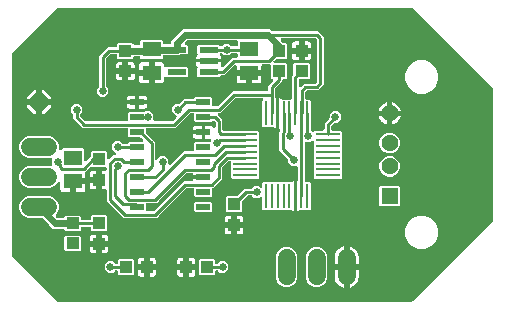
<source format=gbr>
G04 EAGLE Gerber RS-274X export*
G75*
%MOMM*%
%FSLAX34Y34*%
%LPD*%
%INBottom Copper*%
%IPPOS*%
%AMOC8*
5,1,8,0,0,1.08239X$1,22.5*%
G01*
%ADD10R,1.428000X1.428000*%
%ADD11C,1.428000*%
%ADD12C,1.524000*%
%ADD13R,1.100000X1.000000*%
%ADD14R,1.600000X1.300000*%
%ADD15R,1.080000X1.050000*%
%ADD16R,0.280000X2.032000*%
%ADD17R,2.032000X0.280000*%
%ADD18R,1.625600X0.508000*%
%ADD19R,1.200000X0.600000*%
%ADD20R,1.050000X1.080000*%
%ADD21P,1.649562X8X22.500000*%
%ADD22C,0.654800*%
%ADD23C,0.254000*%
%ADD24C,0.609600*%

G36*
X341070Y2553D02*
X341070Y2553D01*
X341169Y2556D01*
X341227Y2573D01*
X341287Y2581D01*
X341379Y2617D01*
X341475Y2645D01*
X341527Y2675D01*
X341583Y2698D01*
X341663Y2756D01*
X341748Y2806D01*
X341824Y2872D01*
X341840Y2884D01*
X341848Y2894D01*
X341869Y2912D01*
X409638Y70681D01*
X409698Y70759D01*
X409766Y70831D01*
X409795Y70884D01*
X409832Y70932D01*
X409872Y71023D01*
X409920Y71110D01*
X409935Y71168D01*
X409959Y71224D01*
X409974Y71322D01*
X409999Y71417D01*
X410005Y71518D01*
X410009Y71538D01*
X410007Y71550D01*
X410009Y71578D01*
X410009Y182422D01*
X409997Y182520D01*
X409994Y182619D01*
X409977Y182677D01*
X409969Y182737D01*
X409933Y182829D01*
X409905Y182925D01*
X409875Y182977D01*
X409852Y183033D01*
X409794Y183113D01*
X409744Y183198D01*
X409678Y183274D01*
X409666Y183290D01*
X409656Y183298D01*
X409638Y183319D01*
X341869Y251088D01*
X341791Y251148D01*
X341719Y251216D01*
X341666Y251245D01*
X341618Y251282D01*
X341527Y251322D01*
X341440Y251370D01*
X341382Y251385D01*
X341326Y251409D01*
X341228Y251424D01*
X341133Y251449D01*
X341032Y251455D01*
X341012Y251459D01*
X341000Y251457D01*
X340972Y251459D01*
X41578Y251459D01*
X41480Y251447D01*
X41381Y251444D01*
X41323Y251427D01*
X41263Y251419D01*
X41171Y251383D01*
X41075Y251355D01*
X41023Y251325D01*
X40967Y251302D01*
X40887Y251244D01*
X40802Y251194D01*
X40726Y251128D01*
X40710Y251116D01*
X40702Y251106D01*
X40681Y251088D01*
X2912Y213319D01*
X2852Y213241D01*
X2784Y213169D01*
X2755Y213116D01*
X2718Y213068D01*
X2678Y212977D01*
X2630Y212890D01*
X2615Y212832D01*
X2591Y212776D01*
X2576Y212678D01*
X2551Y212583D01*
X2545Y212482D01*
X2541Y212462D01*
X2543Y212450D01*
X2541Y212422D01*
X2541Y41578D01*
X2553Y41480D01*
X2556Y41381D01*
X2573Y41323D01*
X2581Y41263D01*
X2617Y41171D01*
X2645Y41075D01*
X2675Y41023D01*
X2698Y40967D01*
X2756Y40887D01*
X2806Y40802D01*
X2872Y40726D01*
X2884Y40710D01*
X2894Y40702D01*
X2912Y40681D01*
X40681Y2912D01*
X40759Y2852D01*
X40831Y2784D01*
X40884Y2755D01*
X40932Y2718D01*
X41023Y2678D01*
X41110Y2630D01*
X41168Y2615D01*
X41224Y2591D01*
X41322Y2576D01*
X41417Y2551D01*
X41517Y2545D01*
X41538Y2541D01*
X41550Y2543D01*
X41578Y2541D01*
X340972Y2541D01*
X341070Y2553D01*
G37*
%LPC*%
G36*
X97267Y73405D02*
X97267Y73405D01*
X95259Y75414D01*
X84939Y85734D01*
X82930Y87742D01*
X82930Y96490D01*
X82915Y96608D01*
X82908Y96727D01*
X82895Y96765D01*
X82890Y96806D01*
X82847Y96916D01*
X82810Y97029D01*
X82788Y97064D01*
X82773Y97101D01*
X82704Y97197D01*
X82640Y97298D01*
X82610Y97326D01*
X82587Y97359D01*
X82495Y97435D01*
X82408Y97516D01*
X82373Y97536D01*
X82342Y97561D01*
X82234Y97612D01*
X82130Y97670D01*
X82090Y97680D01*
X82054Y97697D01*
X81937Y97719D01*
X81822Y97749D01*
X81762Y97753D01*
X81742Y97757D01*
X81721Y97755D01*
X81661Y97759D01*
X78739Y97759D01*
X78739Y104280D01*
X78724Y104398D01*
X78717Y104517D01*
X78704Y104555D01*
X78699Y104595D01*
X78655Y104706D01*
X78619Y104819D01*
X78597Y104854D01*
X78582Y104891D01*
X78512Y104987D01*
X78449Y105088D01*
X78419Y105116D01*
X78395Y105148D01*
X78304Y105224D01*
X78217Y105306D01*
X78182Y105325D01*
X78150Y105351D01*
X78043Y105402D01*
X77939Y105459D01*
X77899Y105470D01*
X77863Y105487D01*
X77746Y105509D01*
X77631Y105539D01*
X77570Y105543D01*
X77550Y105547D01*
X77530Y105545D01*
X77470Y105549D01*
X76199Y105549D01*
X76199Y105551D01*
X77470Y105551D01*
X77588Y105566D01*
X77707Y105573D01*
X77745Y105586D01*
X77785Y105591D01*
X77896Y105635D01*
X78009Y105671D01*
X78044Y105693D01*
X78081Y105708D01*
X78177Y105778D01*
X78278Y105841D01*
X78306Y105871D01*
X78338Y105895D01*
X78414Y105986D01*
X78496Y106073D01*
X78515Y106108D01*
X78541Y106140D01*
X78592Y106247D01*
X78649Y106351D01*
X78660Y106391D01*
X78677Y106427D01*
X78699Y106544D01*
X78729Y106659D01*
X78733Y106720D01*
X78737Y106740D01*
X78735Y106760D01*
X78739Y106820D01*
X78739Y113341D01*
X81661Y113341D01*
X81779Y113356D01*
X81898Y113363D01*
X81936Y113376D01*
X81977Y113381D01*
X82087Y113424D01*
X82200Y113461D01*
X82235Y113483D01*
X82272Y113498D01*
X82368Y113567D01*
X82469Y113631D01*
X82497Y113661D01*
X82530Y113684D01*
X82606Y113776D01*
X82687Y113863D01*
X82707Y113898D01*
X82732Y113929D01*
X82783Y114037D01*
X82841Y114141D01*
X82851Y114181D01*
X82868Y114217D01*
X82890Y114334D01*
X82920Y114449D01*
X82924Y114509D01*
X82928Y114529D01*
X82926Y114550D01*
X82930Y114610D01*
X82930Y115006D01*
X82915Y115124D01*
X82908Y115243D01*
X82895Y115281D01*
X82890Y115322D01*
X82847Y115432D01*
X82810Y115545D01*
X82788Y115580D01*
X82773Y115617D01*
X82704Y115713D01*
X82640Y115814D01*
X82610Y115842D01*
X82587Y115875D01*
X82495Y115951D01*
X82408Y116032D01*
X82373Y116052D01*
X82342Y116077D01*
X82234Y116128D01*
X82130Y116186D01*
X82090Y116196D01*
X82054Y116213D01*
X81937Y116235D01*
X81822Y116265D01*
X81762Y116269D01*
X81742Y116273D01*
X81721Y116271D01*
X81661Y116275D01*
X70168Y116275D01*
X70159Y116285D01*
X70065Y116358D01*
X69975Y116437D01*
X69939Y116455D01*
X69907Y116480D01*
X69798Y116527D01*
X69692Y116581D01*
X69653Y116590D01*
X69616Y116606D01*
X69498Y116625D01*
X69382Y116651D01*
X69341Y116650D01*
X69301Y116656D01*
X69183Y116645D01*
X69064Y116641D01*
X69025Y116630D01*
X68985Y116626D01*
X68873Y116586D01*
X68758Y116553D01*
X68724Y116533D01*
X68686Y116519D01*
X68587Y116452D01*
X68485Y116391D01*
X68439Y116352D01*
X68422Y116340D01*
X68409Y116325D01*
X68364Y116285D01*
X66299Y114220D01*
X64759Y112680D01*
X64694Y112596D01*
X64622Y112519D01*
X64597Y112471D01*
X64564Y112429D01*
X64522Y112332D01*
X64472Y112239D01*
X64459Y112186D01*
X64437Y112137D01*
X64421Y112032D01*
X64395Y111930D01*
X64396Y111876D01*
X64387Y111823D01*
X64397Y111717D01*
X64398Y111612D01*
X64415Y111528D01*
X64417Y111506D01*
X64423Y111492D01*
X64430Y111454D01*
X64516Y111134D01*
X64516Y106839D01*
X55245Y106839D01*
X55127Y106824D01*
X55008Y106817D01*
X54970Y106804D01*
X54930Y106799D01*
X54819Y106755D01*
X54706Y106719D01*
X54671Y106697D01*
X54634Y106682D01*
X54538Y106612D01*
X54437Y106549D01*
X54409Y106519D01*
X54377Y106495D01*
X54301Y106404D01*
X54219Y106317D01*
X54200Y106282D01*
X54174Y106250D01*
X54123Y106143D01*
X54066Y106039D01*
X54055Y105999D01*
X54038Y105963D01*
X54016Y105846D01*
X53986Y105731D01*
X53982Y105670D01*
X53978Y105650D01*
X53980Y105630D01*
X53976Y105570D01*
X53976Y104299D01*
X52705Y104299D01*
X52587Y104284D01*
X52468Y104277D01*
X52430Y104264D01*
X52390Y104259D01*
X52279Y104215D01*
X52166Y104179D01*
X52131Y104157D01*
X52094Y104142D01*
X51998Y104072D01*
X51897Y104009D01*
X51869Y103979D01*
X51836Y103955D01*
X51761Y103864D01*
X51679Y103777D01*
X51659Y103742D01*
X51634Y103710D01*
X51583Y103603D01*
X51525Y103499D01*
X51515Y103459D01*
X51498Y103423D01*
X51476Y103306D01*
X51446Y103191D01*
X51442Y103130D01*
X51438Y103110D01*
X51440Y103090D01*
X51436Y103030D01*
X51436Y95259D01*
X45641Y95259D01*
X44994Y95432D01*
X44415Y95767D01*
X43942Y96240D01*
X43607Y96819D01*
X43434Y97466D01*
X43434Y102815D01*
X43426Y102884D01*
X43427Y102954D01*
X43415Y103004D01*
X43412Y103048D01*
X43400Y103085D01*
X43394Y103131D01*
X43369Y103195D01*
X43352Y103263D01*
X43326Y103313D01*
X43314Y103351D01*
X43296Y103379D01*
X43277Y103426D01*
X43236Y103483D01*
X43204Y103544D01*
X43163Y103589D01*
X43144Y103620D01*
X43122Y103640D01*
X43091Y103684D01*
X43037Y103728D01*
X42990Y103780D01*
X42936Y103815D01*
X42912Y103838D01*
X42890Y103850D01*
X42846Y103886D01*
X42782Y103916D01*
X42724Y103954D01*
X42660Y103976D01*
X42634Y103991D01*
X42611Y103997D01*
X42558Y104022D01*
X42489Y104035D01*
X42423Y104058D01*
X42354Y104063D01*
X42326Y104071D01*
X42293Y104073D01*
X42246Y104082D01*
X42197Y104079D01*
X42165Y104081D01*
X42164Y104081D01*
X42152Y104079D01*
X42106Y104083D01*
X42018Y104068D01*
X41928Y104062D01*
X41873Y104044D01*
X41848Y104041D01*
X41835Y104036D01*
X41793Y104029D01*
X41711Y103992D01*
X41626Y103964D01*
X41579Y103934D01*
X41552Y103924D01*
X41539Y103914D01*
X41503Y103898D01*
X41433Y103842D01*
X41357Y103794D01*
X41322Y103757D01*
X41295Y103737D01*
X41282Y103721D01*
X41255Y103699D01*
X41200Y103628D01*
X41139Y103562D01*
X41117Y103521D01*
X41092Y103492D01*
X41082Y103470D01*
X41063Y103445D01*
X40992Y103301D01*
X40773Y102770D01*
X38200Y100197D01*
X34839Y98805D01*
X15961Y98805D01*
X12600Y100197D01*
X10027Y102770D01*
X8635Y106131D01*
X8635Y109769D01*
X10027Y113130D01*
X12600Y115703D01*
X15961Y117095D01*
X35004Y117095D01*
X35029Y117090D01*
X35137Y117097D01*
X35247Y117095D01*
X35296Y117107D01*
X35346Y117110D01*
X35450Y117143D01*
X35556Y117169D01*
X35601Y117192D01*
X35648Y117208D01*
X35741Y117266D01*
X35837Y117317D01*
X35875Y117351D01*
X35917Y117378D01*
X35992Y117457D01*
X36073Y117531D01*
X36101Y117573D01*
X36135Y117610D01*
X36188Y117705D01*
X36248Y117797D01*
X36264Y117844D01*
X36289Y117888D01*
X36316Y117994D01*
X36351Y118097D01*
X36355Y118147D01*
X36368Y118196D01*
X36378Y118357D01*
X36378Y122943D01*
X36372Y122993D01*
X36374Y123043D01*
X36352Y123150D01*
X36338Y123259D01*
X36320Y123306D01*
X36310Y123355D01*
X36262Y123453D01*
X36221Y123555D01*
X36192Y123595D01*
X36170Y123640D01*
X36099Y123723D01*
X36035Y123812D01*
X35996Y123844D01*
X35963Y123882D01*
X35874Y123945D01*
X35790Y124015D01*
X35744Y124036D01*
X35703Y124065D01*
X35601Y124104D01*
X35502Y124150D01*
X35453Y124160D01*
X35405Y124177D01*
X35297Y124189D01*
X35190Y124210D01*
X35139Y124207D01*
X35089Y124212D01*
X35039Y124205D01*
X15961Y124205D01*
X12600Y125597D01*
X10027Y128170D01*
X8635Y131531D01*
X8635Y135169D01*
X10027Y138530D01*
X12600Y141103D01*
X15961Y142495D01*
X34839Y142495D01*
X38200Y141103D01*
X40773Y138530D01*
X42165Y135169D01*
X42165Y132210D01*
X42182Y132072D01*
X42195Y131934D01*
X42202Y131915D01*
X42205Y131895D01*
X42256Y131766D01*
X42303Y131635D01*
X42314Y131618D01*
X42322Y131599D01*
X42403Y131487D01*
X42481Y131371D01*
X42497Y131358D01*
X42508Y131342D01*
X42616Y131253D01*
X42720Y131161D01*
X42738Y131152D01*
X42753Y131139D01*
X42879Y131080D01*
X43003Y131016D01*
X43023Y131012D01*
X43041Y131003D01*
X43178Y130977D01*
X43313Y130947D01*
X43334Y130947D01*
X43353Y130944D01*
X43492Y130952D01*
X43631Y130956D01*
X43651Y130962D01*
X43671Y130963D01*
X43803Y131006D01*
X43937Y131045D01*
X43954Y131055D01*
X43973Y131061D01*
X44091Y131136D01*
X44211Y131206D01*
X44232Y131225D01*
X44242Y131232D01*
X44256Y131247D01*
X44331Y131313D01*
X45343Y132325D01*
X62607Y132325D01*
X63500Y131432D01*
X63500Y122390D01*
X63517Y122253D01*
X63530Y122114D01*
X63537Y122094D01*
X63540Y122074D01*
X63591Y121946D01*
X63638Y121814D01*
X63649Y121798D01*
X63657Y121779D01*
X63738Y121666D01*
X63816Y121551D01*
X63832Y121538D01*
X63843Y121521D01*
X63951Y121433D01*
X64055Y121341D01*
X64073Y121332D01*
X64088Y121319D01*
X64214Y121259D01*
X64338Y121196D01*
X64358Y121192D01*
X64376Y121183D01*
X64512Y121157D01*
X64648Y121126D01*
X64669Y121127D01*
X64688Y121123D01*
X64827Y121132D01*
X64966Y121136D01*
X64986Y121142D01*
X65006Y121143D01*
X65138Y121186D01*
X65272Y121225D01*
X65289Y121235D01*
X65308Y121241D01*
X65426Y121316D01*
X65546Y121386D01*
X65567Y121405D01*
X65577Y121411D01*
X65591Y121426D01*
X65666Y121492D01*
X68904Y124730D01*
X68964Y124808D01*
X69032Y124880D01*
X69061Y124933D01*
X69098Y124981D01*
X69138Y125072D01*
X69186Y125158D01*
X69201Y125217D01*
X69225Y125273D01*
X69240Y125371D01*
X69265Y125466D01*
X69271Y125566D01*
X69275Y125587D01*
X69273Y125599D01*
X69275Y125627D01*
X69275Y128932D01*
X70168Y129825D01*
X82232Y129825D01*
X83125Y128932D01*
X83125Y124123D01*
X83142Y123985D01*
X83155Y123846D01*
X83162Y123827D01*
X83165Y123807D01*
X83216Y123678D01*
X83263Y123547D01*
X83274Y123530D01*
X83282Y123512D01*
X83363Y123399D01*
X83441Y123284D01*
X83457Y123271D01*
X83468Y123254D01*
X83576Y123165D01*
X83680Y123074D01*
X83698Y123064D01*
X83713Y123051D01*
X83839Y122992D01*
X83963Y122929D01*
X83983Y122925D01*
X84001Y122916D01*
X84137Y122890D01*
X84273Y122859D01*
X84294Y122860D01*
X84313Y122856D01*
X84452Y122865D01*
X84591Y122869D01*
X84611Y122875D01*
X84631Y122876D01*
X84763Y122919D01*
X84897Y122957D01*
X84914Y122968D01*
X84933Y122974D01*
X85051Y123048D01*
X85171Y123119D01*
X85192Y123137D01*
X85202Y123144D01*
X85216Y123159D01*
X85291Y123225D01*
X88404Y126338D01*
X89237Y126338D01*
X89374Y126355D01*
X89513Y126368D01*
X89532Y126375D01*
X89552Y126378D01*
X89681Y126429D01*
X89812Y126476D01*
X89829Y126487D01*
X89848Y126495D01*
X89960Y126576D01*
X90075Y126654D01*
X90089Y126670D01*
X90105Y126681D01*
X90194Y126789D01*
X90286Y126893D01*
X90295Y126911D01*
X90308Y126926D01*
X90367Y127052D01*
X90430Y127176D01*
X90435Y127196D01*
X90444Y127214D01*
X90470Y127350D01*
X90500Y127486D01*
X90499Y127507D01*
X90503Y127526D01*
X90495Y127665D01*
X90490Y127804D01*
X90485Y127824D01*
X90484Y127844D01*
X90441Y127976D01*
X90402Y128110D01*
X90392Y128127D01*
X90386Y128146D01*
X90311Y128264D01*
X90240Y128384D01*
X90222Y128405D01*
X90215Y128415D01*
X90200Y128429D01*
X90134Y128504D01*
X87276Y131362D01*
X87276Y135338D01*
X90087Y138149D01*
X94063Y138149D01*
X95695Y136516D01*
X95773Y136456D01*
X95845Y136388D01*
X95898Y136359D01*
X95946Y136322D01*
X96037Y136282D01*
X96124Y136234D01*
X96182Y136219D01*
X96238Y136195D01*
X96336Y136180D01*
X96432Y136155D01*
X96532Y136149D01*
X96552Y136145D01*
X96564Y136147D01*
X96592Y136145D01*
X99731Y136145D01*
X99849Y136160D01*
X99968Y136167D01*
X100006Y136180D01*
X100047Y136185D01*
X100157Y136228D01*
X100270Y136265D01*
X100305Y136287D01*
X100342Y136302D01*
X100438Y136371D01*
X100539Y136435D01*
X100567Y136465D01*
X100600Y136488D01*
X100676Y136580D01*
X100757Y136667D01*
X100777Y136702D01*
X100802Y136733D01*
X100847Y136828D01*
X101893Y137875D01*
X112284Y137875D01*
X112422Y137892D01*
X112560Y137905D01*
X112579Y137912D01*
X112599Y137915D01*
X112728Y137966D01*
X112859Y138013D01*
X112876Y138024D01*
X112895Y138032D01*
X113007Y138113D01*
X113122Y138191D01*
X113136Y138207D01*
X113152Y138218D01*
X113241Y138326D01*
X113333Y138430D01*
X113342Y138448D01*
X113355Y138463D01*
X113414Y138589D01*
X113478Y138713D01*
X113482Y138733D01*
X113491Y138751D01*
X113517Y138888D01*
X113547Y139023D01*
X113547Y139044D01*
X113550Y139063D01*
X113542Y139202D01*
X113538Y139341D01*
X113532Y139361D01*
X113531Y139381D01*
X113488Y139513D01*
X113449Y139647D01*
X113439Y139664D01*
X113433Y139683D01*
X113358Y139801D01*
X113288Y139921D01*
X113269Y139942D01*
X113262Y139952D01*
X113247Y139966D01*
X113181Y140041D01*
X112069Y141154D01*
X111991Y141214D01*
X111919Y141282D01*
X111866Y141311D01*
X111818Y141348D01*
X111727Y141388D01*
X111640Y141436D01*
X111582Y141451D01*
X111526Y141475D01*
X111428Y141490D01*
X111332Y141515D01*
X111232Y141521D01*
X111212Y141525D01*
X111200Y141523D01*
X111172Y141525D01*
X101893Y141525D01*
X101000Y142418D01*
X101000Y148336D01*
X100985Y148454D01*
X100978Y148573D01*
X100965Y148611D01*
X100960Y148652D01*
X100917Y148762D01*
X100880Y148875D01*
X100858Y148910D01*
X100843Y148947D01*
X100774Y149043D01*
X100710Y149144D01*
X100680Y149172D01*
X100657Y149205D01*
X100565Y149281D01*
X100478Y149362D01*
X100443Y149382D01*
X100412Y149407D01*
X100304Y149458D01*
X100200Y149516D01*
X100160Y149526D01*
X100124Y149543D01*
X100007Y149565D01*
X99892Y149595D01*
X99832Y149599D01*
X99812Y149603D01*
X99791Y149601D01*
X99731Y149605D01*
X62342Y149605D01*
X54355Y157592D01*
X54355Y160583D01*
X54343Y160681D01*
X54340Y160780D01*
X54323Y160838D01*
X54315Y160898D01*
X54279Y160990D01*
X54251Y161085D01*
X54221Y161137D01*
X54198Y161194D01*
X54140Y161274D01*
X54090Y161359D01*
X54024Y161435D01*
X54012Y161451D01*
X54002Y161459D01*
X53984Y161480D01*
X52351Y163112D01*
X52351Y167088D01*
X55162Y169899D01*
X59138Y169899D01*
X61949Y167088D01*
X61949Y163112D01*
X60316Y161480D01*
X60256Y161402D01*
X60188Y161330D01*
X60159Y161277D01*
X60122Y161229D01*
X60082Y161138D01*
X60034Y161051D01*
X60019Y160993D01*
X59995Y160937D01*
X59980Y160839D01*
X59955Y160743D01*
X59949Y160643D01*
X59945Y160623D01*
X59947Y160611D01*
X59945Y160583D01*
X59945Y160433D01*
X59957Y160335D01*
X59960Y160236D01*
X59977Y160178D01*
X59985Y160118D01*
X60021Y160026D01*
X60049Y159931D01*
X60079Y159878D01*
X60102Y159822D01*
X60160Y159742D01*
X60210Y159657D01*
X60276Y159581D01*
X60288Y159565D01*
X60298Y159557D01*
X60316Y159536D01*
X64286Y155566D01*
X64364Y155506D01*
X64436Y155438D01*
X64489Y155409D01*
X64537Y155372D01*
X64628Y155332D01*
X64715Y155284D01*
X64773Y155269D01*
X64829Y155245D01*
X64927Y155230D01*
X65023Y155205D01*
X65123Y155199D01*
X65143Y155195D01*
X65155Y155197D01*
X65183Y155195D01*
X99731Y155195D01*
X99849Y155210D01*
X99968Y155217D01*
X100006Y155230D01*
X100047Y155235D01*
X100157Y155278D01*
X100270Y155315D01*
X100305Y155337D01*
X100342Y155352D01*
X100438Y155421D01*
X100539Y155485D01*
X100567Y155515D01*
X100600Y155538D01*
X100676Y155630D01*
X100757Y155717D01*
X100777Y155752D01*
X100802Y155783D01*
X100853Y155891D01*
X100911Y155995D01*
X100921Y156035D01*
X100938Y156071D01*
X100960Y156188D01*
X100990Y156303D01*
X100994Y156363D01*
X100998Y156383D01*
X100996Y156404D01*
X101000Y156464D01*
X101000Y162382D01*
X101893Y163275D01*
X114688Y163275D01*
X114786Y163287D01*
X114885Y163290D01*
X114943Y163307D01*
X115003Y163315D01*
X115095Y163351D01*
X115190Y163379D01*
X115242Y163409D01*
X115299Y163432D01*
X115379Y163490D01*
X115464Y163540D01*
X115496Y163568D01*
X115530Y163559D01*
X115539Y163558D01*
X115543Y163557D01*
X115554Y163557D01*
X115691Y163549D01*
X119463Y163549D01*
X122274Y160738D01*
X122274Y156464D01*
X122289Y156346D01*
X122296Y156227D01*
X122309Y156189D01*
X122314Y156148D01*
X122357Y156038D01*
X122394Y155925D01*
X122416Y155890D01*
X122431Y155853D01*
X122500Y155757D01*
X122564Y155656D01*
X122594Y155628D01*
X122617Y155595D01*
X122709Y155519D01*
X122796Y155438D01*
X122831Y155418D01*
X122862Y155393D01*
X122970Y155342D01*
X123074Y155284D01*
X123114Y155274D01*
X123150Y155257D01*
X123267Y155235D01*
X123382Y155205D01*
X123442Y155201D01*
X123462Y155197D01*
X123483Y155199D01*
X123543Y155195D01*
X138017Y155195D01*
X138115Y155207D01*
X138214Y155210D01*
X138272Y155227D01*
X138332Y155235D01*
X138424Y155271D01*
X138519Y155299D01*
X138572Y155329D01*
X138628Y155352D01*
X138708Y155410D01*
X138793Y155460D01*
X138869Y155526D01*
X138885Y155538D01*
X138893Y155548D01*
X138914Y155566D01*
X141482Y158135D01*
X141567Y158244D01*
X141656Y158351D01*
X141665Y158370D01*
X141677Y158386D01*
X141733Y158514D01*
X141792Y158639D01*
X141795Y158659D01*
X141803Y158678D01*
X141825Y158815D01*
X141851Y158952D01*
X141850Y158972D01*
X141853Y158992D01*
X141840Y159131D01*
X141832Y159269D01*
X141825Y159288D01*
X141824Y159308D01*
X141776Y159440D01*
X141734Y159571D01*
X141723Y159589D01*
X141716Y159608D01*
X141638Y159723D01*
X141563Y159840D01*
X141549Y159854D01*
X141537Y159871D01*
X141433Y159963D01*
X141332Y160058D01*
X141314Y160068D01*
X141299Y160081D01*
X141175Y160145D01*
X141053Y160212D01*
X141034Y160217D01*
X141016Y160226D01*
X140947Y160241D01*
X138076Y163112D01*
X138076Y167088D01*
X140887Y169899D01*
X143196Y169899D01*
X143294Y169911D01*
X143393Y169914D01*
X143451Y169931D01*
X143511Y169939D01*
X143603Y169975D01*
X143698Y170003D01*
X143751Y170033D01*
X143807Y170056D01*
X143887Y170114D01*
X143972Y170164D01*
X144048Y170230D01*
X144064Y170242D01*
X144072Y170252D01*
X144093Y170270D01*
X148067Y174245D01*
X155731Y174245D01*
X155849Y174260D01*
X155968Y174267D01*
X156006Y174280D01*
X156047Y174285D01*
X156157Y174328D01*
X156270Y174365D01*
X156305Y174387D01*
X156342Y174402D01*
X156438Y174471D01*
X156539Y174535D01*
X156567Y174565D01*
X156600Y174588D01*
X156676Y174680D01*
X156757Y174767D01*
X156777Y174802D01*
X156802Y174833D01*
X156847Y174928D01*
X157893Y175975D01*
X171157Y175975D01*
X172050Y175082D01*
X172050Y169164D01*
X172065Y169046D01*
X172072Y168927D01*
X172085Y168889D01*
X172090Y168848D01*
X172133Y168738D01*
X172170Y168625D01*
X172192Y168590D01*
X172207Y168553D01*
X172276Y168457D01*
X172340Y168356D01*
X172370Y168328D01*
X172393Y168295D01*
X172485Y168219D01*
X172572Y168138D01*
X172607Y168118D01*
X172638Y168093D01*
X172746Y168042D01*
X172850Y167984D01*
X172890Y167974D01*
X172926Y167957D01*
X173043Y167935D01*
X173158Y167905D01*
X173218Y167901D01*
X173238Y167897D01*
X173259Y167899D01*
X173319Y167895D01*
X176117Y167895D01*
X176215Y167907D01*
X176314Y167910D01*
X176372Y167927D01*
X176432Y167935D01*
X176524Y167971D01*
X176619Y167999D01*
X176672Y168029D01*
X176728Y168052D01*
X176808Y168110D01*
X176893Y168160D01*
X176969Y168226D01*
X176985Y168238D01*
X176993Y168248D01*
X177014Y168266D01*
X189342Y180595D01*
X218386Y180595D01*
X218504Y180610D01*
X218623Y180617D01*
X218661Y180630D01*
X218702Y180635D01*
X218812Y180678D01*
X218925Y180715D01*
X218960Y180737D01*
X218997Y180752D01*
X219093Y180821D01*
X219194Y180885D01*
X219222Y180915D01*
X219255Y180938D01*
X219331Y181030D01*
X219412Y181117D01*
X219432Y181152D01*
X219457Y181183D01*
X219508Y181291D01*
X219566Y181395D01*
X219576Y181435D01*
X219593Y181471D01*
X219615Y181588D01*
X219645Y181703D01*
X219649Y181763D01*
X219653Y181783D01*
X219651Y181804D01*
X219655Y181864D01*
X219655Y185508D01*
X221664Y187516D01*
X223331Y189184D01*
X223416Y189293D01*
X223505Y189400D01*
X223514Y189419D01*
X223526Y189435D01*
X223582Y189563D01*
X223641Y189688D01*
X223644Y189708D01*
X223652Y189727D01*
X223674Y189865D01*
X223700Y190001D01*
X223699Y190021D01*
X223702Y190041D01*
X223689Y190180D01*
X223681Y190318D01*
X223674Y190337D01*
X223673Y190357D01*
X223625Y190489D01*
X223583Y190620D01*
X223572Y190638D01*
X223565Y190657D01*
X223487Y190772D01*
X223412Y190889D01*
X223398Y190903D01*
X223386Y190920D01*
X223282Y191012D01*
X223181Y191107D01*
X223163Y191117D01*
X223148Y191130D01*
X223024Y191194D01*
X222902Y191261D01*
X222883Y191266D01*
X222865Y191275D01*
X222729Y191305D01*
X222594Y191340D01*
X222566Y191342D01*
X222554Y191345D01*
X222534Y191344D01*
X222471Y191348D01*
X221575Y192243D01*
X221575Y202311D01*
X221560Y202429D01*
X221553Y202548D01*
X221541Y202586D01*
X221535Y202627D01*
X221492Y202737D01*
X221455Y202850D01*
X221433Y202885D01*
X221418Y202922D01*
X221349Y203018D01*
X221285Y203119D01*
X221255Y203147D01*
X221232Y203180D01*
X221140Y203256D01*
X221053Y203337D01*
X221018Y203357D01*
X220987Y203382D01*
X220879Y203433D01*
X220775Y203491D01*
X220735Y203501D01*
X220699Y203518D01*
X220582Y203540D01*
X220467Y203570D01*
X220407Y203574D01*
X220387Y203578D01*
X220366Y203576D01*
X220306Y203580D01*
X215010Y203580D01*
X214892Y203565D01*
X214773Y203558D01*
X214735Y203545D01*
X214694Y203540D01*
X214584Y203497D01*
X214471Y203460D01*
X214436Y203438D01*
X214399Y203423D01*
X214303Y203354D01*
X214202Y203290D01*
X214174Y203260D01*
X214141Y203237D01*
X214065Y203145D01*
X213984Y203058D01*
X213964Y203023D01*
X213939Y202992D01*
X213888Y202884D01*
X213830Y202780D01*
X213820Y202740D01*
X213803Y202704D01*
X213781Y202587D01*
X213751Y202472D01*
X213747Y202412D01*
X213743Y202392D01*
X213745Y202371D01*
X213741Y202311D01*
X213741Y198914D01*
X204470Y198914D01*
X204352Y198899D01*
X204233Y198892D01*
X204195Y198879D01*
X204155Y198874D01*
X204044Y198830D01*
X203931Y198794D01*
X203896Y198772D01*
X203859Y198757D01*
X203763Y198687D01*
X203662Y198624D01*
X203634Y198594D01*
X203602Y198570D01*
X203526Y198479D01*
X203444Y198392D01*
X203425Y198357D01*
X203399Y198325D01*
X203348Y198218D01*
X203291Y198114D01*
X203280Y198074D01*
X203263Y198038D01*
X203241Y197921D01*
X203211Y197806D01*
X203207Y197745D01*
X203203Y197725D01*
X203205Y197705D01*
X203201Y197645D01*
X203201Y196374D01*
X203199Y196374D01*
X203199Y197645D01*
X203184Y197763D01*
X203177Y197882D01*
X203164Y197920D01*
X203159Y197960D01*
X203115Y198071D01*
X203079Y198184D01*
X203057Y198219D01*
X203042Y198256D01*
X202972Y198352D01*
X202909Y198453D01*
X202879Y198481D01*
X202855Y198513D01*
X202764Y198589D01*
X202677Y198671D01*
X202642Y198690D01*
X202610Y198716D01*
X202503Y198767D01*
X202399Y198824D01*
X202359Y198835D01*
X202323Y198852D01*
X202206Y198874D01*
X202091Y198904D01*
X202030Y198908D01*
X202010Y198912D01*
X201990Y198910D01*
X201930Y198914D01*
X192659Y198914D01*
X192659Y201518D01*
X192642Y201655D01*
X192629Y201794D01*
X192622Y201813D01*
X192619Y201833D01*
X192568Y201962D01*
X192521Y202093D01*
X192510Y202110D01*
X192502Y202129D01*
X192421Y202241D01*
X192343Y202356D01*
X192327Y202370D01*
X192316Y202386D01*
X192208Y202475D01*
X192104Y202567D01*
X192086Y202576D01*
X192071Y202589D01*
X191945Y202648D01*
X191821Y202712D01*
X191801Y202716D01*
X191783Y202725D01*
X191647Y202751D01*
X191511Y202781D01*
X191490Y202781D01*
X191471Y202784D01*
X191332Y202776D01*
X191193Y202772D01*
X191173Y202766D01*
X191153Y202765D01*
X191021Y202722D01*
X190887Y202683D01*
X190870Y202673D01*
X190851Y202667D01*
X190733Y202592D01*
X190613Y202522D01*
X190592Y202503D01*
X190582Y202496D01*
X190568Y202481D01*
X190493Y202415D01*
X182158Y194080D01*
X179592Y194080D01*
X179494Y194068D01*
X179395Y194065D01*
X179337Y194048D01*
X179277Y194040D01*
X179185Y194004D01*
X179090Y193976D01*
X179037Y193946D01*
X178981Y193923D01*
X178901Y193865D01*
X178816Y193815D01*
X178740Y193749D01*
X178724Y193737D01*
X178716Y193727D01*
X178695Y193709D01*
X177797Y192810D01*
X160277Y192810D01*
X159384Y193703D01*
X159384Y200057D01*
X159420Y200103D01*
X159499Y200192D01*
X159517Y200228D01*
X159542Y200260D01*
X159589Y200370D01*
X159643Y200476D01*
X159652Y200515D01*
X159668Y200552D01*
X159687Y200670D01*
X159713Y200786D01*
X159712Y200826D01*
X159718Y200866D01*
X159707Y200985D01*
X159703Y201104D01*
X159692Y201143D01*
X159688Y201183D01*
X159648Y201295D01*
X159615Y201409D01*
X159594Y201444D01*
X159581Y201482D01*
X159514Y201581D01*
X159453Y201683D01*
X159413Y201728D01*
X159402Y201745D01*
X159387Y201759D01*
X159347Y201804D01*
X158876Y202275D01*
X158541Y202854D01*
X158368Y203501D01*
X158368Y205106D01*
X169037Y205106D01*
X179706Y205106D01*
X179706Y203501D01*
X179511Y202772D01*
X179460Y202655D01*
X179459Y202649D01*
X179456Y202643D01*
X179434Y202493D01*
X179410Y202341D01*
X179411Y202335D01*
X179410Y202328D01*
X179426Y202177D01*
X179440Y202025D01*
X179442Y202018D01*
X179443Y202012D01*
X179496Y201869D01*
X179548Y201725D01*
X179551Y201720D01*
X179554Y201714D01*
X179641Y201588D01*
X179726Y201462D01*
X179731Y201458D01*
X179735Y201452D01*
X179850Y201353D01*
X179965Y201252D01*
X179971Y201249D01*
X179976Y201244D01*
X180112Y201177D01*
X180248Y201107D01*
X180254Y201106D01*
X180260Y201103D01*
X180409Y201071D01*
X180558Y201038D01*
X180565Y201038D01*
X180571Y201036D01*
X180722Y201043D01*
X180876Y201047D01*
X180883Y201049D01*
X180889Y201049D01*
X181035Y201093D01*
X181181Y201136D01*
X181187Y201139D01*
X181194Y201141D01*
X181326Y201221D01*
X181455Y201297D01*
X181462Y201303D01*
X181466Y201305D01*
X181474Y201313D01*
X181576Y201404D01*
X187334Y207161D01*
X189342Y209170D01*
X192406Y209170D01*
X192524Y209185D01*
X192643Y209192D01*
X192681Y209205D01*
X192722Y209210D01*
X192832Y209253D01*
X192945Y209290D01*
X192980Y209312D01*
X193017Y209327D01*
X193113Y209396D01*
X193214Y209460D01*
X193242Y209490D01*
X193275Y209513D01*
X193351Y209605D01*
X193432Y209692D01*
X193452Y209727D01*
X193477Y209758D01*
X193528Y209866D01*
X193586Y209970D01*
X193596Y210010D01*
X193613Y210046D01*
X193635Y210163D01*
X193665Y210278D01*
X193669Y210338D01*
X193673Y210358D01*
X193671Y210379D01*
X193675Y210439D01*
X193675Y211836D01*
X193660Y211954D01*
X193653Y212073D01*
X193640Y212111D01*
X193635Y212152D01*
X193592Y212262D01*
X193555Y212375D01*
X193533Y212410D01*
X193518Y212447D01*
X193449Y212543D01*
X193385Y212644D01*
X193355Y212672D01*
X193332Y212705D01*
X193240Y212781D01*
X193153Y212862D01*
X193118Y212882D01*
X193087Y212907D01*
X192979Y212958D01*
X192875Y213016D01*
X192835Y213026D01*
X192799Y213043D01*
X192682Y213065D01*
X192567Y213095D01*
X192507Y213099D01*
X192487Y213103D01*
X192466Y213101D01*
X192406Y213105D01*
X188667Y213105D01*
X188569Y213093D01*
X188470Y213090D01*
X188412Y213073D01*
X188352Y213065D01*
X188260Y213029D01*
X188165Y213001D01*
X188113Y212971D01*
X188056Y212948D01*
X187976Y212890D01*
X187891Y212840D01*
X187815Y212774D01*
X187799Y212762D01*
X187791Y212752D01*
X187770Y212734D01*
X186138Y211101D01*
X182162Y211101D01*
X180530Y212734D01*
X180452Y212794D01*
X180380Y212862D01*
X180327Y212891D01*
X180279Y212928D01*
X180188Y212968D01*
X180101Y213016D01*
X180043Y213031D01*
X179987Y213055D01*
X179889Y213070D01*
X179793Y213095D01*
X179693Y213101D01*
X179673Y213105D01*
X179672Y213105D01*
X179660Y213104D01*
X179633Y213105D01*
X179632Y213105D01*
X179494Y213088D01*
X179356Y213075D01*
X179337Y213068D01*
X179317Y213065D01*
X179187Y213014D01*
X179056Y212967D01*
X179040Y212956D01*
X179021Y212948D01*
X178908Y212867D01*
X178793Y212789D01*
X178780Y212773D01*
X178764Y212762D01*
X178675Y212654D01*
X178583Y212550D01*
X178574Y212532D01*
X178561Y212517D01*
X178502Y212391D01*
X178438Y212267D01*
X178434Y212247D01*
X178425Y212229D01*
X178399Y212093D01*
X178369Y211957D01*
X178369Y211936D01*
X178365Y211917D01*
X178374Y211778D01*
X178378Y211639D01*
X178384Y211619D01*
X178385Y211599D01*
X178428Y211467D01*
X178467Y211333D01*
X178477Y211316D01*
X178483Y211297D01*
X178557Y211179D01*
X178628Y211059D01*
X178647Y211038D01*
X178653Y211028D01*
X178668Y211014D01*
X178735Y210938D01*
X179198Y210475D01*
X179533Y209896D01*
X179706Y209249D01*
X179706Y207644D01*
X169037Y207644D01*
X158368Y207644D01*
X158368Y209249D01*
X158541Y209896D01*
X158876Y210475D01*
X159347Y210946D01*
X159420Y211040D01*
X159499Y211129D01*
X159517Y211165D01*
X159542Y211197D01*
X159589Y211306D01*
X159643Y211413D01*
X159652Y211452D01*
X159668Y211489D01*
X159687Y211607D01*
X159713Y211723D01*
X159712Y211763D01*
X159718Y211803D01*
X159707Y211922D01*
X159703Y212041D01*
X159692Y212079D01*
X159688Y212120D01*
X159648Y212232D01*
X159615Y212346D01*
X159594Y212381D01*
X159581Y212419D01*
X159514Y212518D01*
X159453Y212620D01*
X159413Y212665D01*
X159402Y212682D01*
X159387Y212696D01*
X159384Y212698D01*
X159384Y219047D01*
X160277Y219940D01*
X177797Y219940D01*
X178670Y219066D01*
X178748Y219006D01*
X178820Y218938D01*
X178873Y218909D01*
X178921Y218872D01*
X179012Y218832D01*
X179099Y218784D01*
X179157Y218769D01*
X179213Y218745D01*
X179311Y218730D01*
X179407Y218705D01*
X179507Y218699D01*
X179527Y218695D01*
X179539Y218697D01*
X179567Y218695D01*
X179633Y218695D01*
X179731Y218707D01*
X179830Y218710D01*
X179888Y218727D01*
X179948Y218735D01*
X180040Y218771D01*
X180135Y218799D01*
X180187Y218829D01*
X180244Y218852D01*
X180324Y218910D01*
X180409Y218960D01*
X180485Y219026D01*
X180501Y219038D01*
X180509Y219048D01*
X180530Y219066D01*
X182162Y220699D01*
X186138Y220699D01*
X187770Y219066D01*
X187848Y219006D01*
X187920Y218938D01*
X187973Y218909D01*
X188021Y218872D01*
X188112Y218832D01*
X188199Y218784D01*
X188257Y218769D01*
X188313Y218745D01*
X188411Y218730D01*
X188507Y218705D01*
X188607Y218699D01*
X188627Y218695D01*
X188639Y218697D01*
X188667Y218695D01*
X192406Y218695D01*
X192524Y218710D01*
X192643Y218717D01*
X192681Y218730D01*
X192722Y218735D01*
X192832Y218778D01*
X192945Y218815D01*
X192980Y218837D01*
X193017Y218852D01*
X193113Y218921D01*
X193214Y218985D01*
X193242Y219015D01*
X193275Y219038D01*
X193351Y219130D01*
X193432Y219217D01*
X193452Y219252D01*
X193477Y219283D01*
X193528Y219391D01*
X193586Y219495D01*
X193596Y219535D01*
X193613Y219571D01*
X193635Y219688D01*
X193665Y219803D01*
X193669Y219863D01*
X193673Y219883D01*
X193671Y219904D01*
X193675Y219964D01*
X193675Y222758D01*
X193660Y222876D01*
X193653Y222995D01*
X193640Y223033D01*
X193635Y223074D01*
X193592Y223184D01*
X193555Y223297D01*
X193533Y223332D01*
X193518Y223369D01*
X193449Y223465D01*
X193385Y223566D01*
X193355Y223594D01*
X193332Y223627D01*
X193240Y223703D01*
X193153Y223784D01*
X193118Y223804D01*
X193087Y223829D01*
X192979Y223880D01*
X192875Y223938D01*
X192835Y223948D01*
X192799Y223965D01*
X192682Y223987D01*
X192567Y224017D01*
X192507Y224021D01*
X192487Y224025D01*
X192466Y224023D01*
X192406Y224027D01*
X151645Y224027D01*
X151547Y224015D01*
X151448Y224012D01*
X151389Y223995D01*
X151329Y223987D01*
X151237Y223951D01*
X151142Y223923D01*
X151090Y223893D01*
X151034Y223870D01*
X150954Y223812D01*
X150868Y223762D01*
X150793Y223696D01*
X150776Y223684D01*
X150768Y223674D01*
X150747Y223656D01*
X149198Y222106D01*
X149113Y221997D01*
X149024Y221890D01*
X149016Y221871D01*
X149003Y221855D01*
X148948Y221727D01*
X148889Y221602D01*
X148885Y221582D01*
X148877Y221563D01*
X148855Y221425D01*
X148829Y221289D01*
X148830Y221269D01*
X148827Y221249D01*
X148840Y221110D01*
X148849Y220972D01*
X148855Y220953D01*
X148857Y220933D01*
X148904Y220801D01*
X148947Y220670D01*
X148958Y220652D01*
X148965Y220633D01*
X149043Y220518D01*
X149117Y220401D01*
X149132Y220387D01*
X149143Y220370D01*
X149247Y220278D01*
X149349Y220183D01*
X149366Y220173D01*
X149382Y220160D01*
X149506Y220096D01*
X149627Y220029D01*
X149647Y220024D01*
X149665Y220015D01*
X149801Y219985D01*
X149935Y219950D01*
X149963Y219948D01*
X149975Y219945D01*
X149996Y219946D01*
X150096Y219940D01*
X150873Y219940D01*
X151766Y219047D01*
X151766Y212703D01*
X150873Y211810D01*
X145041Y211810D01*
X144943Y211798D01*
X144844Y211795D01*
X144785Y211778D01*
X144725Y211770D01*
X144633Y211734D01*
X144538Y211706D01*
X144486Y211676D01*
X144430Y211653D01*
X144350Y211595D01*
X144264Y211545D01*
X144189Y211479D01*
X144172Y211467D01*
X144164Y211457D01*
X144143Y211439D01*
X144007Y211302D01*
X131444Y211302D01*
X131326Y211287D01*
X131207Y211280D01*
X131169Y211267D01*
X131128Y211262D01*
X131018Y211219D01*
X130905Y211182D01*
X130870Y211160D01*
X130833Y211145D01*
X130737Y211076D01*
X130636Y211012D01*
X130608Y210982D01*
X130575Y210959D01*
X130499Y210867D01*
X130418Y210780D01*
X130398Y210745D01*
X130373Y210714D01*
X130322Y210606D01*
X130264Y210502D01*
X130254Y210462D01*
X130237Y210426D01*
X130215Y210309D01*
X130185Y210194D01*
X130181Y210134D01*
X130177Y210114D01*
X130179Y210093D01*
X130175Y210033D01*
X130175Y209243D01*
X129282Y208350D01*
X112018Y208350D01*
X111125Y209243D01*
X111125Y209283D01*
X111110Y209401D01*
X111103Y209520D01*
X111090Y209558D01*
X111085Y209599D01*
X111042Y209709D01*
X111005Y209822D01*
X110983Y209857D01*
X110968Y209894D01*
X110899Y209990D01*
X110835Y210091D01*
X110805Y210119D01*
X110782Y210152D01*
X110690Y210228D01*
X110603Y210309D01*
X110568Y210329D01*
X110537Y210354D01*
X110429Y210405D01*
X110325Y210463D01*
X110285Y210473D01*
X110249Y210490D01*
X110132Y210512D01*
X110017Y210542D01*
X109957Y210546D01*
X109937Y210550D01*
X109916Y210548D01*
X109856Y210552D01*
X106619Y210552D01*
X106501Y210537D01*
X106382Y210530D01*
X106344Y210517D01*
X106303Y210512D01*
X106193Y210469D01*
X106080Y210432D01*
X106045Y210410D01*
X106008Y210395D01*
X105912Y210326D01*
X105811Y210262D01*
X105783Y210232D01*
X105750Y210209D01*
X105674Y210117D01*
X105593Y210030D01*
X105573Y209995D01*
X105548Y209964D01*
X105497Y209856D01*
X105439Y209752D01*
X105429Y209712D01*
X105412Y209676D01*
X105390Y209559D01*
X105360Y209444D01*
X105356Y209384D01*
X105352Y209364D01*
X105354Y209343D01*
X105350Y209283D01*
X105350Y209243D01*
X104457Y208350D01*
X92393Y208350D01*
X91500Y209243D01*
X91500Y211061D01*
X91485Y211179D01*
X91478Y211298D01*
X91465Y211336D01*
X91460Y211377D01*
X91417Y211487D01*
X91380Y211600D01*
X91358Y211635D01*
X91343Y211672D01*
X91274Y211768D01*
X91210Y211869D01*
X91180Y211897D01*
X91157Y211930D01*
X91065Y212006D01*
X90978Y212087D01*
X90943Y212107D01*
X90912Y212132D01*
X90804Y212183D01*
X90700Y212241D01*
X90660Y212251D01*
X90624Y212268D01*
X90507Y212290D01*
X90392Y212320D01*
X90332Y212324D01*
X90312Y212328D01*
X90291Y212326D01*
X90231Y212330D01*
X86633Y212330D01*
X86535Y212318D01*
X86436Y212315D01*
X86378Y212298D01*
X86318Y212290D01*
X86226Y212254D01*
X86131Y212226D01*
X86078Y212196D01*
X86022Y212173D01*
X85942Y212115D01*
X85857Y212065D01*
X85781Y211999D01*
X85765Y211987D01*
X85757Y211977D01*
X85736Y211959D01*
X82541Y208764D01*
X82481Y208686D01*
X82413Y208614D01*
X82384Y208561D01*
X82347Y208513D01*
X82307Y208422D01*
X82259Y208335D01*
X82244Y208277D01*
X82220Y208221D01*
X82205Y208123D01*
X82180Y208027D01*
X82174Y207927D01*
X82170Y207907D01*
X82172Y207895D01*
X82170Y207867D01*
X82170Y185492D01*
X82182Y185394D01*
X82185Y185295D01*
X82202Y185237D01*
X82210Y185177D01*
X82246Y185085D01*
X82274Y184990D01*
X82304Y184938D01*
X82327Y184881D01*
X82385Y184801D01*
X82435Y184716D01*
X82501Y184640D01*
X82513Y184624D01*
X82523Y184616D01*
X82541Y184595D01*
X84174Y182963D01*
X84174Y178987D01*
X81363Y176176D01*
X77387Y176176D01*
X74576Y178987D01*
X74576Y182963D01*
X76209Y184595D01*
X76269Y184673D01*
X76337Y184745D01*
X76366Y184798D01*
X76403Y184846D01*
X76443Y184937D01*
X76491Y185024D01*
X76506Y185082D01*
X76530Y185138D01*
X76545Y185236D01*
X76570Y185332D01*
X76576Y185432D01*
X76580Y185452D01*
X76578Y185464D01*
X76580Y185492D01*
X76580Y210708D01*
X83792Y217920D01*
X90231Y217920D01*
X90349Y217935D01*
X90468Y217942D01*
X90506Y217955D01*
X90547Y217960D01*
X90657Y218003D01*
X90770Y218040D01*
X90805Y218062D01*
X90842Y218077D01*
X90938Y218146D01*
X91039Y218210D01*
X91067Y218240D01*
X91100Y218263D01*
X91176Y218355D01*
X91257Y218442D01*
X91277Y218477D01*
X91302Y218508D01*
X91353Y218616D01*
X91411Y218720D01*
X91421Y218760D01*
X91438Y218796D01*
X91460Y218913D01*
X91490Y219028D01*
X91494Y219088D01*
X91498Y219108D01*
X91496Y219129D01*
X91500Y219189D01*
X91500Y221007D01*
X92393Y221900D01*
X104457Y221900D01*
X105350Y221007D01*
X105350Y220967D01*
X105365Y220849D01*
X105372Y220730D01*
X105385Y220692D01*
X105390Y220651D01*
X105433Y220541D01*
X105470Y220428D01*
X105492Y220393D01*
X105507Y220356D01*
X105576Y220260D01*
X105640Y220159D01*
X105670Y220131D01*
X105693Y220098D01*
X105785Y220022D01*
X105872Y219941D01*
X105907Y219921D01*
X105938Y219896D01*
X106046Y219845D01*
X106150Y219787D01*
X106190Y219777D01*
X106226Y219760D01*
X106343Y219738D01*
X106458Y219708D01*
X106518Y219704D01*
X106538Y219700D01*
X106559Y219702D01*
X106619Y219698D01*
X109856Y219698D01*
X109974Y219713D01*
X110093Y219720D01*
X110131Y219733D01*
X110172Y219738D01*
X110282Y219781D01*
X110395Y219818D01*
X110430Y219840D01*
X110467Y219855D01*
X110563Y219924D01*
X110664Y219988D01*
X110692Y220018D01*
X110725Y220041D01*
X110801Y220133D01*
X110882Y220220D01*
X110902Y220255D01*
X110927Y220286D01*
X110978Y220394D01*
X111036Y220498D01*
X111046Y220538D01*
X111063Y220574D01*
X111085Y220691D01*
X111115Y220806D01*
X111119Y220866D01*
X111123Y220886D01*
X111121Y220907D01*
X111125Y220967D01*
X111125Y223507D01*
X112018Y224400D01*
X129282Y224400D01*
X130175Y223507D01*
X130175Y221717D01*
X130190Y221599D01*
X130197Y221480D01*
X130210Y221442D01*
X130215Y221401D01*
X130258Y221291D01*
X130295Y221178D01*
X130317Y221143D01*
X130332Y221106D01*
X130401Y221010D01*
X130465Y220909D01*
X130495Y220881D01*
X130518Y220848D01*
X130610Y220772D01*
X130697Y220691D01*
X130732Y220671D01*
X130763Y220646D01*
X130871Y220595D01*
X130975Y220537D01*
X131015Y220527D01*
X131051Y220510D01*
X131168Y220488D01*
X131283Y220458D01*
X131343Y220454D01*
X131363Y220450D01*
X131384Y220452D01*
X131444Y220448D01*
X136271Y220448D01*
X136389Y220463D01*
X136508Y220470D01*
X136546Y220483D01*
X136587Y220488D01*
X136697Y220531D01*
X136810Y220568D01*
X136845Y220590D01*
X136882Y220605D01*
X136978Y220674D01*
X137079Y220738D01*
X137107Y220768D01*
X137140Y220791D01*
X137216Y220883D01*
X137297Y220970D01*
X137317Y221005D01*
X137342Y221036D01*
X137393Y221144D01*
X137451Y221248D01*
X137461Y221288D01*
X137478Y221324D01*
X137500Y221441D01*
X137530Y221556D01*
X137534Y221616D01*
X137538Y221636D01*
X137536Y221657D01*
X137540Y221717D01*
X137540Y223382D01*
X147331Y233173D01*
X220969Y233173D01*
X222375Y231766D01*
X222454Y231706D01*
X222526Y231638D01*
X222579Y231609D01*
X222627Y231572D01*
X222718Y231532D01*
X222804Y231484D01*
X222863Y231469D01*
X222918Y231445D01*
X223016Y231430D01*
X223112Y231405D01*
X223212Y231399D01*
X223233Y231395D01*
X223245Y231397D01*
X223273Y231395D01*
X261508Y231395D01*
X266320Y226583D01*
X266320Y186167D01*
X261508Y181355D01*
X252508Y181355D01*
X252410Y181343D01*
X252311Y181340D01*
X252253Y181323D01*
X252193Y181315D01*
X252101Y181279D01*
X252006Y181251D01*
X251953Y181221D01*
X251897Y181198D01*
X251817Y181140D01*
X251732Y181090D01*
X251656Y181024D01*
X251640Y181012D01*
X251632Y181002D01*
X251611Y180984D01*
X250816Y180189D01*
X250756Y180111D01*
X250688Y180039D01*
X250659Y179986D01*
X250622Y179938D01*
X250582Y179847D01*
X250534Y179760D01*
X250519Y179702D01*
X250495Y179646D01*
X250480Y179548D01*
X250455Y179452D01*
X250449Y179352D01*
X250445Y179332D01*
X250447Y179320D01*
X250445Y179292D01*
X250445Y174912D01*
X250460Y174794D01*
X250467Y174675D01*
X250480Y174637D01*
X250485Y174596D01*
X250528Y174486D01*
X250565Y174373D01*
X250587Y174338D01*
X250602Y174301D01*
X250671Y174205D01*
X250735Y174104D01*
X250765Y174076D01*
X250788Y174043D01*
X250880Y173967D01*
X250967Y173886D01*
X251002Y173866D01*
X251033Y173841D01*
X251141Y173790D01*
X251245Y173732D01*
X251285Y173722D01*
X251321Y173705D01*
X251438Y173683D01*
X251553Y173653D01*
X251613Y173649D01*
X251633Y173645D01*
X251654Y173647D01*
X251714Y173643D01*
X254482Y173643D01*
X255375Y172750D01*
X255375Y151052D01*
X255334Y150979D01*
X255319Y150921D01*
X255295Y150865D01*
X255280Y150767D01*
X255255Y150671D01*
X255249Y150571D01*
X255245Y150551D01*
X255247Y150539D01*
X255245Y150511D01*
X255245Y148460D01*
X255257Y148362D01*
X255260Y148263D01*
X255277Y148205D01*
X255285Y148145D01*
X255321Y148053D01*
X255349Y147958D01*
X255379Y147906D01*
X255402Y147849D01*
X255460Y147769D01*
X255510Y147684D01*
X255576Y147608D01*
X255588Y147592D01*
X255598Y147584D01*
X255616Y147563D01*
X256538Y146641D01*
X256632Y146568D01*
X256721Y146490D01*
X256757Y146471D01*
X256789Y146446D01*
X256899Y146399D01*
X257005Y146345D01*
X257044Y146336D01*
X257081Y146320D01*
X257199Y146301D01*
X257315Y146275D01*
X257355Y146277D01*
X257395Y146270D01*
X257514Y146281D01*
X257633Y146285D01*
X257672Y146296D01*
X257712Y146300D01*
X257824Y146340D01*
X257938Y146373D01*
X257973Y146394D01*
X258011Y146408D01*
X258110Y146475D01*
X258212Y146535D01*
X258257Y146575D01*
X258274Y146586D01*
X258288Y146602D01*
X258333Y146641D01*
X259116Y147425D01*
X265844Y147425D01*
X265962Y147440D01*
X266081Y147447D01*
X266119Y147460D01*
X266160Y147465D01*
X266270Y147508D01*
X266383Y147545D01*
X266418Y147567D01*
X266455Y147582D01*
X266551Y147651D01*
X266652Y147715D01*
X266680Y147745D01*
X266713Y147768D01*
X266789Y147860D01*
X266870Y147947D01*
X266890Y147982D01*
X266915Y148013D01*
X266966Y148121D01*
X267024Y148225D01*
X267034Y148265D01*
X267051Y148301D01*
X267073Y148418D01*
X267103Y148533D01*
X267107Y148593D01*
X267111Y148613D01*
X267109Y148634D01*
X267113Y148694D01*
X267113Y153591D01*
X271055Y157532D01*
X271115Y157610D01*
X271183Y157682D01*
X271212Y157735D01*
X271249Y157783D01*
X271289Y157874D01*
X271337Y157961D01*
X271352Y158019D01*
X271376Y158075D01*
X271391Y158173D01*
X271416Y158269D01*
X271422Y158369D01*
X271426Y158389D01*
X271424Y158401D01*
X271426Y158429D01*
X271426Y160738D01*
X274237Y163549D01*
X278213Y163549D01*
X281024Y160738D01*
X281024Y156762D01*
X278213Y153951D01*
X275904Y153951D01*
X275806Y153939D01*
X275707Y153936D01*
X275649Y153919D01*
X275589Y153911D01*
X275497Y153875D01*
X275402Y153847D01*
X275349Y153817D01*
X275293Y153794D01*
X275213Y153736D01*
X275128Y153686D01*
X275052Y153620D01*
X275036Y153608D01*
X275028Y153598D01*
X275007Y153580D01*
X273074Y151647D01*
X273014Y151569D01*
X272946Y151497D01*
X272917Y151444D01*
X272880Y151396D01*
X272840Y151305D01*
X272792Y151218D01*
X272777Y151160D01*
X272753Y151104D01*
X272738Y151006D01*
X272713Y150910D01*
X272707Y150810D01*
X272703Y150790D01*
X272705Y150778D01*
X272703Y150750D01*
X272703Y148694D01*
X272718Y148576D01*
X272725Y148457D01*
X272738Y148419D01*
X272743Y148378D01*
X272786Y148268D01*
X272823Y148155D01*
X272845Y148120D01*
X272860Y148083D01*
X272929Y147987D01*
X272993Y147886D01*
X273023Y147858D01*
X273046Y147825D01*
X273138Y147749D01*
X273225Y147668D01*
X273260Y147648D01*
X273291Y147623D01*
X273399Y147572D01*
X273503Y147514D01*
X273543Y147504D01*
X273579Y147487D01*
X273696Y147465D01*
X273811Y147435D01*
X273871Y147431D01*
X273891Y147427D01*
X273912Y147429D01*
X273972Y147425D01*
X280700Y147425D01*
X281593Y146532D01*
X281593Y107468D01*
X280700Y106575D01*
X259116Y106575D01*
X258223Y107468D01*
X258223Y137730D01*
X258206Y137868D01*
X258193Y138006D01*
X258186Y138025D01*
X258183Y138045D01*
X258132Y138174D01*
X258085Y138305D01*
X258074Y138322D01*
X258066Y138341D01*
X257985Y138453D01*
X257907Y138568D01*
X257891Y138582D01*
X257880Y138598D01*
X257772Y138687D01*
X257668Y138779D01*
X257650Y138788D01*
X257635Y138801D01*
X257509Y138860D01*
X257385Y138923D01*
X257365Y138928D01*
X257347Y138937D01*
X257210Y138963D01*
X257075Y138993D01*
X257054Y138992D01*
X257035Y138996D01*
X256896Y138988D01*
X256757Y138983D01*
X256737Y138978D01*
X256717Y138977D01*
X256585Y138934D01*
X256451Y138895D01*
X256434Y138885D01*
X256415Y138879D01*
X256297Y138804D01*
X256177Y138733D01*
X256156Y138715D01*
X256146Y138708D01*
X256132Y138693D01*
X256057Y138627D01*
X255506Y138076D01*
X251514Y138076D01*
X251396Y138061D01*
X251277Y138054D01*
X251239Y138041D01*
X251198Y138036D01*
X251088Y137993D01*
X250975Y137956D01*
X250940Y137934D01*
X250903Y137919D01*
X250807Y137850D01*
X250706Y137786D01*
X250678Y137756D01*
X250645Y137733D01*
X250569Y137641D01*
X250488Y137554D01*
X250468Y137519D01*
X250443Y137488D01*
X250392Y137380D01*
X250334Y137276D01*
X250324Y137236D01*
X250307Y137200D01*
X250285Y137083D01*
X250255Y136968D01*
X250251Y136908D01*
X250247Y136888D01*
X250249Y136867D01*
X250245Y136807D01*
X250245Y104996D01*
X250260Y104878D01*
X250267Y104759D01*
X250280Y104721D01*
X250285Y104680D01*
X250328Y104570D01*
X250365Y104457D01*
X250387Y104422D01*
X250402Y104385D01*
X250471Y104289D01*
X250535Y104188D01*
X250565Y104160D01*
X250588Y104127D01*
X250680Y104051D01*
X250767Y103970D01*
X250802Y103950D01*
X250833Y103925D01*
X250941Y103874D01*
X251045Y103816D01*
X251085Y103806D01*
X251121Y103789D01*
X251238Y103767D01*
X251353Y103737D01*
X251413Y103733D01*
X251433Y103729D01*
X251454Y103731D01*
X251514Y103727D01*
X254482Y103727D01*
X255375Y102834D01*
X255375Y81250D01*
X254482Y80357D01*
X246444Y80357D01*
X246346Y80345D01*
X246247Y80342D01*
X246189Y80325D01*
X246129Y80317D01*
X246037Y80281D01*
X245941Y80253D01*
X245889Y80223D01*
X245833Y80200D01*
X245753Y80142D01*
X245667Y80092D01*
X245592Y80026D01*
X245576Y80014D01*
X245568Y80004D01*
X245547Y79986D01*
X245410Y79849D01*
X244831Y79514D01*
X244184Y79341D01*
X243719Y79341D01*
X243719Y92042D01*
X243719Y104790D01*
X243812Y104826D01*
X243925Y104863D01*
X243960Y104885D01*
X243997Y104900D01*
X244093Y104969D01*
X244194Y105033D01*
X244222Y105063D01*
X244255Y105086D01*
X244331Y105178D01*
X244412Y105265D01*
X244432Y105300D01*
X244457Y105331D01*
X244508Y105439D01*
X244566Y105543D01*
X244576Y105583D01*
X244593Y105619D01*
X244615Y105736D01*
X244645Y105851D01*
X244649Y105911D01*
X244653Y105931D01*
X244651Y105952D01*
X244655Y106012D01*
X244655Y116090D01*
X244640Y116208D01*
X244633Y116326D01*
X244620Y116365D01*
X244615Y116405D01*
X244572Y116516D01*
X244535Y116629D01*
X244513Y116663D01*
X244498Y116701D01*
X244429Y116797D01*
X244365Y116898D01*
X244335Y116925D01*
X244312Y116958D01*
X244220Y117034D01*
X244133Y117116D01*
X244098Y117135D01*
X244067Y117161D01*
X243959Y117212D01*
X243855Y117269D01*
X243815Y117279D01*
X243779Y117296D01*
X243662Y117319D01*
X243547Y117349D01*
X243487Y117352D01*
X243467Y117356D01*
X243446Y117355D01*
X243386Y117359D01*
X239394Y117359D01*
X236583Y120170D01*
X236583Y122478D01*
X236571Y122576D01*
X236568Y122675D01*
X236551Y122734D01*
X236543Y122794D01*
X236507Y122886D01*
X236479Y122981D01*
X236449Y123033D01*
X236426Y123089D01*
X236368Y123169D01*
X236318Y123255D01*
X236252Y123330D01*
X236240Y123347D01*
X236230Y123354D01*
X236212Y123376D01*
X228980Y130607D01*
X228980Y146264D01*
X229284Y146567D01*
X229344Y146646D01*
X229412Y146718D01*
X229441Y146771D01*
X229478Y146819D01*
X229518Y146910D01*
X229566Y146996D01*
X229581Y147055D01*
X229605Y147110D01*
X229620Y147208D01*
X229645Y147304D01*
X229651Y147404D01*
X229655Y147425D01*
X229653Y147437D01*
X229655Y147465D01*
X229655Y147988D01*
X229640Y148106D01*
X229633Y148225D01*
X229620Y148263D01*
X229615Y148304D01*
X229572Y148414D01*
X229535Y148527D01*
X229513Y148562D01*
X229498Y148599D01*
X229429Y148695D01*
X229365Y148796D01*
X229335Y148824D01*
X229312Y148857D01*
X229220Y148933D01*
X229133Y149014D01*
X229098Y149034D01*
X229067Y149059D01*
X228959Y149110D01*
X228855Y149168D01*
X228815Y149178D01*
X228779Y149195D01*
X228719Y149206D01*
X228719Y161958D01*
X228719Y174659D01*
X229184Y174659D01*
X229831Y174486D01*
X230410Y174151D01*
X230547Y174014D01*
X230625Y173954D01*
X230697Y173886D01*
X230750Y173857D01*
X230798Y173820D01*
X230889Y173780D01*
X230976Y173732D01*
X231034Y173717D01*
X231090Y173693D01*
X231188Y173678D01*
X231283Y173653D01*
X231383Y173647D01*
X231404Y173643D01*
X231416Y173645D01*
X231444Y173643D01*
X238386Y173643D01*
X238504Y173658D01*
X238623Y173665D01*
X238661Y173678D01*
X238702Y173683D01*
X238812Y173726D01*
X238925Y173763D01*
X238960Y173785D01*
X238997Y173800D01*
X239093Y173869D01*
X239194Y173933D01*
X239222Y173963D01*
X239255Y173986D01*
X239331Y174078D01*
X239412Y174165D01*
X239432Y174200D01*
X239457Y174231D01*
X239508Y174339D01*
X239566Y174443D01*
X239576Y174483D01*
X239593Y174519D01*
X239615Y174636D01*
X239645Y174751D01*
X239649Y174811D01*
X239653Y174831D01*
X239651Y174852D01*
X239655Y174912D01*
X239655Y193583D01*
X240354Y194281D01*
X240414Y194359D01*
X240482Y194431D01*
X240511Y194484D01*
X240548Y194532D01*
X240588Y194623D01*
X240636Y194710D01*
X240651Y194768D01*
X240675Y194824D01*
X240690Y194922D01*
X240715Y195018D01*
X240721Y195118D01*
X240725Y195138D01*
X240723Y195150D01*
X240725Y195178D01*
X240725Y203507D01*
X241618Y204400D01*
X253682Y204400D01*
X254575Y203507D01*
X254575Y191743D01*
X253682Y190850D01*
X246514Y190850D01*
X246396Y190835D01*
X246277Y190828D01*
X246239Y190815D01*
X246198Y190810D01*
X246088Y190767D01*
X245975Y190730D01*
X245940Y190708D01*
X245903Y190693D01*
X245807Y190624D01*
X245706Y190560D01*
X245678Y190530D01*
X245645Y190507D01*
X245569Y190415D01*
X245488Y190328D01*
X245468Y190293D01*
X245443Y190262D01*
X245392Y190154D01*
X245334Y190050D01*
X245324Y190010D01*
X245307Y189974D01*
X245285Y189857D01*
X245255Y189742D01*
X245251Y189682D01*
X245247Y189662D01*
X245249Y189641D01*
X245245Y189581D01*
X245245Y185586D01*
X245262Y185448D01*
X245275Y185310D01*
X245282Y185291D01*
X245285Y185271D01*
X245336Y185142D01*
X245383Y185011D01*
X245394Y184994D01*
X245402Y184975D01*
X245483Y184863D01*
X245561Y184747D01*
X245577Y184734D01*
X245588Y184718D01*
X245696Y184629D01*
X245800Y184537D01*
X245818Y184528D01*
X245833Y184515D01*
X245959Y184456D01*
X246083Y184392D01*
X246103Y184388D01*
X246121Y184379D01*
X246258Y184353D01*
X246393Y184323D01*
X246414Y184323D01*
X246433Y184320D01*
X246572Y184328D01*
X246711Y184332D01*
X246731Y184338D01*
X246751Y184339D01*
X246883Y184382D01*
X247017Y184421D01*
X247034Y184431D01*
X247053Y184437D01*
X247171Y184512D01*
X247291Y184582D01*
X247312Y184601D01*
X247322Y184608D01*
X247336Y184622D01*
X247412Y184689D01*
X247659Y184936D01*
X249667Y186945D01*
X258667Y186945D01*
X258765Y186957D01*
X258864Y186960D01*
X258922Y186977D01*
X258982Y186985D01*
X259074Y187021D01*
X259169Y187049D01*
X259222Y187079D01*
X259278Y187102D01*
X259358Y187160D01*
X259443Y187210D01*
X259519Y187276D01*
X259535Y187288D01*
X259543Y187298D01*
X259564Y187316D01*
X260359Y188111D01*
X260419Y188189D01*
X260487Y188261D01*
X260516Y188314D01*
X260553Y188362D01*
X260593Y188453D01*
X260641Y188540D01*
X260656Y188598D01*
X260680Y188654D01*
X260695Y188752D01*
X260720Y188848D01*
X260726Y188948D01*
X260730Y188968D01*
X260728Y188980D01*
X260730Y189008D01*
X260730Y223742D01*
X260718Y223840D01*
X260715Y223939D01*
X260698Y223997D01*
X260690Y224057D01*
X260654Y224149D01*
X260626Y224244D01*
X260596Y224297D01*
X260573Y224353D01*
X260515Y224433D01*
X260465Y224518D01*
X260399Y224594D01*
X260387Y224610D01*
X260377Y224618D01*
X260359Y224639D01*
X259564Y225434D01*
X259486Y225494D01*
X259414Y225562D01*
X259361Y225591D01*
X259313Y225628D01*
X259222Y225668D01*
X259135Y225716D01*
X259077Y225731D01*
X259021Y225755D01*
X258923Y225770D01*
X258827Y225795D01*
X258727Y225801D01*
X258707Y225805D01*
X258695Y225803D01*
X258667Y225805D01*
X231401Y225805D01*
X231263Y225788D01*
X231124Y225775D01*
X231105Y225768D01*
X231085Y225765D01*
X230956Y225714D01*
X230825Y225667D01*
X230808Y225656D01*
X230790Y225648D01*
X230677Y225567D01*
X230562Y225489D01*
X230549Y225473D01*
X230532Y225462D01*
X230443Y225354D01*
X230352Y225250D01*
X230342Y225232D01*
X230329Y225217D01*
X230270Y225091D01*
X230207Y224967D01*
X230202Y224947D01*
X230194Y224929D01*
X230168Y224793D01*
X230137Y224657D01*
X230138Y224636D01*
X230134Y224617D01*
X230143Y224478D01*
X230147Y224339D01*
X230153Y224319D01*
X230154Y224299D01*
X230197Y224167D01*
X230235Y224033D01*
X230246Y224016D01*
X230252Y223997D01*
X230326Y223879D01*
X230397Y223759D01*
X230415Y223738D01*
X230422Y223728D01*
X230437Y223714D01*
X230503Y223639D01*
X232370Y221771D01*
X232449Y221711D01*
X232521Y221643D01*
X232574Y221614D01*
X232622Y221577D01*
X232713Y221537D01*
X232799Y221489D01*
X232858Y221474D01*
X232913Y221450D01*
X233011Y221435D01*
X233107Y221410D01*
X233207Y221404D01*
X233228Y221400D01*
X233240Y221402D01*
X233268Y221400D01*
X234732Y221400D01*
X235625Y220507D01*
X235625Y209243D01*
X234732Y208350D01*
X226553Y208350D01*
X226455Y208338D01*
X226356Y208335D01*
X226298Y208318D01*
X226238Y208310D01*
X226146Y208274D01*
X226051Y208246D01*
X225998Y208216D01*
X225942Y208193D01*
X225862Y208135D01*
X225777Y208085D01*
X225701Y208019D01*
X225685Y208007D01*
X225677Y207997D01*
X225656Y207979D01*
X224244Y206566D01*
X224158Y206456D01*
X224070Y206350D01*
X224061Y206331D01*
X224049Y206315D01*
X223993Y206187D01*
X223934Y206062D01*
X223931Y206042D01*
X223923Y206023D01*
X223901Y205885D01*
X223875Y205749D01*
X223876Y205729D01*
X223873Y205709D01*
X223886Y205570D01*
X223894Y205432D01*
X223901Y205413D01*
X223902Y205393D01*
X223950Y205261D01*
X223992Y205130D01*
X224003Y205112D01*
X224010Y205093D01*
X224088Y204978D01*
X224163Y204861D01*
X224177Y204847D01*
X224189Y204830D01*
X224293Y204738D01*
X224394Y204643D01*
X224412Y204633D01*
X224427Y204620D01*
X224551Y204556D01*
X224673Y204489D01*
X224692Y204484D01*
X224710Y204475D01*
X224846Y204445D01*
X224981Y204410D01*
X225009Y204408D01*
X225021Y204405D01*
X225041Y204406D01*
X225141Y204400D01*
X234732Y204400D01*
X235625Y203507D01*
X235625Y192243D01*
X234732Y191350D01*
X232664Y191350D01*
X232546Y191335D01*
X232427Y191328D01*
X232389Y191315D01*
X232348Y191310D01*
X232238Y191267D01*
X232125Y191230D01*
X232090Y191208D01*
X232053Y191193D01*
X231957Y191124D01*
X231856Y191060D01*
X231828Y191030D01*
X231795Y191007D01*
X231719Y190915D01*
X231638Y190828D01*
X231618Y190793D01*
X231593Y190762D01*
X231542Y190654D01*
X231484Y190550D01*
X231474Y190510D01*
X231457Y190474D01*
X231435Y190357D01*
X231405Y190242D01*
X231401Y190182D01*
X231397Y190162D01*
X231399Y190141D01*
X231395Y190081D01*
X231395Y189342D01*
X225616Y183564D01*
X225556Y183486D01*
X225488Y183414D01*
X225459Y183361D01*
X225422Y183313D01*
X225382Y183222D01*
X225334Y183135D01*
X225319Y183077D01*
X225295Y183021D01*
X225280Y182923D01*
X225255Y182827D01*
X225249Y182727D01*
X225245Y182707D01*
X225247Y182695D01*
X225245Y182667D01*
X225245Y175928D01*
X225260Y175810D01*
X225267Y175691D01*
X225280Y175653D01*
X225285Y175612D01*
X225328Y175502D01*
X225365Y175389D01*
X225387Y175354D01*
X225402Y175317D01*
X225471Y175221D01*
X225535Y175120D01*
X225565Y175092D01*
X225588Y175059D01*
X225680Y174983D01*
X225767Y174902D01*
X225802Y174882D01*
X225833Y174857D01*
X225941Y174806D01*
X226045Y174748D01*
X226085Y174738D01*
X226121Y174721D01*
X226181Y174710D01*
X226181Y161958D01*
X226181Y149257D01*
X225716Y149257D01*
X225069Y149430D01*
X224490Y149765D01*
X224353Y149902D01*
X224275Y149962D01*
X224203Y150030D01*
X224150Y150059D01*
X224102Y150096D01*
X224011Y150136D01*
X223924Y150184D01*
X223866Y150199D01*
X223810Y150223D01*
X223712Y150238D01*
X223617Y150263D01*
X223517Y150269D01*
X223496Y150273D01*
X223484Y150271D01*
X223456Y150273D01*
X215418Y150273D01*
X214525Y151166D01*
X214525Y172750D01*
X214614Y172838D01*
X214699Y172948D01*
X214788Y173055D01*
X214797Y173074D01*
X214809Y173090D01*
X214865Y173218D01*
X214924Y173343D01*
X214927Y173363D01*
X214936Y173382D01*
X214957Y173520D01*
X214983Y173656D01*
X214982Y173676D01*
X214985Y173696D01*
X214972Y173835D01*
X214964Y173973D01*
X214957Y173992D01*
X214956Y174012D01*
X214908Y174143D01*
X214866Y174275D01*
X214855Y174293D01*
X214848Y174312D01*
X214770Y174426D01*
X214695Y174544D01*
X214681Y174558D01*
X214669Y174575D01*
X214565Y174667D01*
X214464Y174762D01*
X214446Y174772D01*
X214431Y174785D01*
X214307Y174849D01*
X214185Y174916D01*
X214166Y174921D01*
X214148Y174930D01*
X214012Y174960D01*
X213877Y174995D01*
X213849Y174997D01*
X213837Y175000D01*
X213817Y174999D01*
X213717Y175005D01*
X192183Y175005D01*
X192085Y174993D01*
X191986Y174990D01*
X191928Y174973D01*
X191868Y174965D01*
X191776Y174929D01*
X191681Y174901D01*
X191628Y174871D01*
X191572Y174848D01*
X191492Y174790D01*
X191407Y174740D01*
X191331Y174674D01*
X191315Y174662D01*
X191307Y174652D01*
X191286Y174634D01*
X178958Y162305D01*
X178086Y162305D01*
X177948Y162288D01*
X177810Y162275D01*
X177791Y162268D01*
X177771Y162265D01*
X177642Y162214D01*
X177511Y162167D01*
X177494Y162156D01*
X177475Y162148D01*
X177363Y162067D01*
X177248Y161989D01*
X177234Y161973D01*
X177218Y161962D01*
X177129Y161854D01*
X177037Y161750D01*
X177028Y161732D01*
X177015Y161717D01*
X176956Y161591D01*
X176892Y161467D01*
X176888Y161447D01*
X176879Y161429D01*
X176853Y161292D01*
X176823Y161157D01*
X176823Y161136D01*
X176820Y161117D01*
X176828Y160978D01*
X176832Y160839D01*
X176838Y160819D01*
X176839Y160799D01*
X176882Y160667D01*
X176921Y160533D01*
X176931Y160516D01*
X176937Y160497D01*
X177012Y160379D01*
X177082Y160259D01*
X177101Y160238D01*
X177108Y160228D01*
X177123Y160214D01*
X177189Y160139D01*
X178586Y158741D01*
X180595Y156733D01*
X180595Y148564D01*
X180610Y148446D01*
X180617Y148327D01*
X180630Y148289D01*
X180635Y148248D01*
X180678Y148138D01*
X180715Y148025D01*
X180737Y147990D01*
X180752Y147953D01*
X180821Y147857D01*
X180885Y147756D01*
X180915Y147728D01*
X180938Y147695D01*
X181030Y147619D01*
X181117Y147538D01*
X181152Y147518D01*
X181183Y147493D01*
X181291Y147442D01*
X181395Y147384D01*
X181435Y147374D01*
X181471Y147357D01*
X181588Y147335D01*
X181703Y147305D01*
X181763Y147301D01*
X181783Y147297D01*
X181804Y147299D01*
X181864Y147295D01*
X188545Y147295D01*
X188643Y147307D01*
X188742Y147310D01*
X188800Y147327D01*
X188860Y147335D01*
X188952Y147371D01*
X189048Y147399D01*
X189092Y147425D01*
X210784Y147425D01*
X211677Y146532D01*
X211677Y107468D01*
X210784Y106575D01*
X189200Y106575D01*
X188307Y107468D01*
X188307Y120436D01*
X188292Y120554D01*
X188285Y120673D01*
X188272Y120711D01*
X188267Y120752D01*
X188224Y120862D01*
X188187Y120975D01*
X188165Y121010D01*
X188150Y121047D01*
X188081Y121143D01*
X188017Y121244D01*
X187987Y121272D01*
X187964Y121305D01*
X187872Y121381D01*
X187785Y121462D01*
X187750Y121482D01*
X187719Y121507D01*
X187611Y121558D01*
X187507Y121616D01*
X187467Y121626D01*
X187431Y121643D01*
X187314Y121665D01*
X187199Y121695D01*
X187139Y121699D01*
X187119Y121703D01*
X187098Y121701D01*
X187038Y121705D01*
X186508Y121705D01*
X186410Y121693D01*
X186311Y121690D01*
X186253Y121673D01*
X186193Y121665D01*
X186101Y121629D01*
X186006Y121601D01*
X185953Y121571D01*
X185897Y121548D01*
X185817Y121490D01*
X185732Y121440D01*
X185656Y121374D01*
X185640Y121362D01*
X185632Y121352D01*
X185611Y121334D01*
X180966Y116689D01*
X180906Y116611D01*
X180838Y116539D01*
X180809Y116486D01*
X180772Y116438D01*
X180732Y116347D01*
X180684Y116260D01*
X180669Y116202D01*
X180645Y116146D01*
X180630Y116048D01*
X180605Y115952D01*
X180599Y115852D01*
X180595Y115832D01*
X180597Y115820D01*
X180595Y115792D01*
X180595Y106792D01*
X172421Y98619D01*
X172361Y98541D01*
X172293Y98469D01*
X172269Y98425D01*
X172260Y98415D01*
X172256Y98406D01*
X172227Y98368D01*
X172187Y98277D01*
X172139Y98190D01*
X172124Y98132D01*
X172100Y98076D01*
X172085Y97978D01*
X172060Y97882D01*
X172054Y97782D01*
X172050Y97762D01*
X172052Y97750D01*
X172050Y97722D01*
X172050Y91618D01*
X171157Y90725D01*
X157893Y90725D01*
X157000Y91618D01*
X157000Y97536D01*
X156985Y97654D01*
X156978Y97773D01*
X156965Y97811D01*
X156960Y97852D01*
X156917Y97962D01*
X156880Y98075D01*
X156858Y98110D01*
X156843Y98147D01*
X156774Y98243D01*
X156710Y98344D01*
X156680Y98372D01*
X156657Y98405D01*
X156565Y98481D01*
X156478Y98562D01*
X156443Y98582D01*
X156412Y98607D01*
X156304Y98658D01*
X156200Y98716D01*
X156160Y98726D01*
X156124Y98743D01*
X156007Y98765D01*
X155892Y98795D01*
X155832Y98799D01*
X155812Y98803D01*
X155791Y98801D01*
X155731Y98805D01*
X150908Y98805D01*
X150810Y98793D01*
X150711Y98790D01*
X150653Y98773D01*
X150593Y98765D01*
X150501Y98729D01*
X150406Y98701D01*
X150353Y98671D01*
X150297Y98648D01*
X150217Y98590D01*
X150132Y98540D01*
X150056Y98474D01*
X150040Y98462D01*
X150032Y98452D01*
X150011Y98434D01*
X126991Y75414D01*
X124983Y73405D01*
X97267Y73405D01*
G37*
%LPD*%
G36*
X136301Y118507D02*
X136301Y118507D01*
X136440Y118511D01*
X136460Y118517D01*
X136480Y118518D01*
X136612Y118561D01*
X136746Y118600D01*
X136763Y118610D01*
X136782Y118616D01*
X136900Y118691D01*
X137020Y118761D01*
X137041Y118780D01*
X137051Y118787D01*
X137065Y118802D01*
X137140Y118868D01*
X146059Y127786D01*
X148067Y129795D01*
X155731Y129795D01*
X155849Y129810D01*
X155968Y129817D01*
X156006Y129830D01*
X156047Y129835D01*
X156157Y129878D01*
X156270Y129915D01*
X156305Y129937D01*
X156342Y129952D01*
X156438Y130021D01*
X156539Y130085D01*
X156567Y130115D01*
X156600Y130138D01*
X156676Y130230D01*
X156757Y130317D01*
X156777Y130352D01*
X156802Y130383D01*
X156853Y130491D01*
X156911Y130595D01*
X156921Y130635D01*
X156938Y130671D01*
X156960Y130788D01*
X156990Y130903D01*
X156994Y130963D01*
X156998Y130983D01*
X156996Y131004D01*
X157000Y131064D01*
X157000Y136982D01*
X157893Y137875D01*
X169908Y137875D01*
X170026Y137890D01*
X170144Y137897D01*
X170183Y137910D01*
X170223Y137915D01*
X170334Y137958D01*
X170447Y137995D01*
X170481Y138017D01*
X170519Y138032D01*
X170615Y138101D01*
X170716Y138165D01*
X170743Y138195D01*
X170776Y138218D01*
X170852Y138310D01*
X170934Y138397D01*
X170953Y138432D01*
X170979Y138463D01*
X171030Y138571D01*
X171087Y138675D01*
X171097Y138715D01*
X171114Y138751D01*
X171137Y138868D01*
X171167Y138983D01*
X171170Y139043D01*
X171174Y139063D01*
X171173Y139084D01*
X171177Y139144D01*
X171177Y139240D01*
X171162Y139358D01*
X171154Y139477D01*
X171142Y139515D01*
X171137Y139556D01*
X171093Y139666D01*
X171056Y139779D01*
X171035Y139814D01*
X171020Y139851D01*
X170950Y139947D01*
X170886Y140048D01*
X170857Y140076D01*
X170833Y140109D01*
X170741Y140185D01*
X170655Y140266D01*
X170619Y140286D01*
X170588Y140311D01*
X170480Y140362D01*
X170376Y140420D01*
X170337Y140430D01*
X170300Y140447D01*
X170183Y140469D01*
X170068Y140499D01*
X170008Y140503D01*
X169988Y140507D01*
X169968Y140505D01*
X169908Y140509D01*
X166024Y140509D01*
X166024Y145820D01*
X166009Y145938D01*
X166002Y146057D01*
X166000Y146064D01*
X166014Y146120D01*
X166018Y146180D01*
X166022Y146200D01*
X166020Y146220D01*
X166024Y146280D01*
X166024Y151591D01*
X170859Y151591D01*
X171506Y151418D01*
X172085Y151083D01*
X172558Y150610D01*
X172637Y150474D01*
X172725Y150357D01*
X172810Y150240D01*
X172821Y150231D01*
X172829Y150220D01*
X172943Y150130D01*
X173055Y150037D01*
X173068Y150031D01*
X173078Y150023D01*
X173212Y149963D01*
X173343Y149901D01*
X173356Y149899D01*
X173369Y149893D01*
X173513Y149869D01*
X173656Y149842D01*
X173669Y149842D01*
X173682Y149840D01*
X173828Y149852D01*
X173973Y149861D01*
X173986Y149865D01*
X173999Y149867D01*
X174137Y149914D01*
X174275Y149959D01*
X174287Y149967D01*
X174300Y149971D01*
X174421Y150052D01*
X174544Y150130D01*
X174553Y150139D01*
X174565Y150147D01*
X174662Y150255D01*
X174762Y150361D01*
X174769Y150373D01*
X174778Y150383D01*
X174846Y150513D01*
X174916Y150640D01*
X174919Y150653D01*
X174925Y150665D01*
X174959Y150807D01*
X174995Y150948D01*
X174996Y150966D01*
X174998Y150974D01*
X174998Y150991D01*
X175005Y151108D01*
X175005Y153892D01*
X174993Y153990D01*
X174990Y154089D01*
X174973Y154147D01*
X174965Y154207D01*
X174929Y154299D01*
X174901Y154394D01*
X174871Y154447D01*
X174848Y154503D01*
X174790Y154583D01*
X174740Y154668D01*
X174674Y154744D01*
X174662Y154760D01*
X174652Y154768D01*
X174634Y154789D01*
X174075Y155348D01*
X173980Y155421D01*
X173891Y155500D01*
X173855Y155518D01*
X173823Y155543D01*
X173714Y155590D01*
X173608Y155645D01*
X173569Y155653D01*
X173531Y155669D01*
X173413Y155688D01*
X173298Y155714D01*
X173257Y155713D01*
X173217Y155719D01*
X173099Y155708D01*
X172980Y155705D01*
X172941Y155693D01*
X172901Y155690D01*
X172789Y155649D01*
X172674Y155616D01*
X172639Y155596D01*
X172601Y155582D01*
X172503Y155515D01*
X172400Y155455D01*
X172355Y155415D01*
X172338Y155403D01*
X172325Y155388D01*
X172279Y155348D01*
X171157Y154225D01*
X157893Y154225D01*
X157000Y155118D01*
X157000Y161036D01*
X156985Y161154D01*
X156978Y161273D01*
X156965Y161311D01*
X156960Y161352D01*
X156917Y161462D01*
X156880Y161575D01*
X156858Y161610D01*
X156843Y161647D01*
X156774Y161743D01*
X156710Y161844D01*
X156680Y161872D01*
X156657Y161905D01*
X156565Y161981D01*
X156478Y162062D01*
X156443Y162082D01*
X156412Y162107D01*
X156304Y162158D01*
X156200Y162216D01*
X156160Y162226D01*
X156124Y162243D01*
X156007Y162265D01*
X155892Y162295D01*
X155832Y162299D01*
X155812Y162303D01*
X155791Y162301D01*
X155731Y162305D01*
X154083Y162305D01*
X153985Y162293D01*
X153886Y162290D01*
X153828Y162273D01*
X153768Y162265D01*
X153676Y162229D01*
X153581Y162201D01*
X153528Y162171D01*
X153472Y162148D01*
X153392Y162090D01*
X153307Y162040D01*
X153231Y161974D01*
X153215Y161962D01*
X153207Y161952D01*
X153186Y161934D01*
X140858Y149605D01*
X117319Y149605D01*
X117201Y149590D01*
X117082Y149583D01*
X117044Y149570D01*
X117003Y149565D01*
X116893Y149522D01*
X116780Y149485D01*
X116745Y149463D01*
X116708Y149448D01*
X116612Y149379D01*
X116511Y149315D01*
X116483Y149285D01*
X116450Y149262D01*
X116374Y149170D01*
X116293Y149083D01*
X116273Y149048D01*
X116248Y149017D01*
X116197Y148909D01*
X116139Y148805D01*
X116129Y148765D01*
X116112Y148729D01*
X116090Y148612D01*
X116060Y148497D01*
X116056Y148436D01*
X116052Y148417D01*
X116054Y148396D01*
X116050Y148336D01*
X116050Y145603D01*
X116062Y145505D01*
X116065Y145406D01*
X116082Y145348D01*
X116090Y145288D01*
X116126Y145196D01*
X116154Y145101D01*
X116184Y145048D01*
X116207Y144992D01*
X116265Y144912D01*
X116315Y144827D01*
X116381Y144751D01*
X116393Y144735D01*
X116403Y144727D01*
X116421Y144706D01*
X123445Y137683D01*
X123445Y123770D01*
X123462Y123633D01*
X123475Y123494D01*
X123482Y123475D01*
X123485Y123455D01*
X123536Y123326D01*
X123583Y123195D01*
X123594Y123178D01*
X123602Y123159D01*
X123683Y123047D01*
X123761Y122932D01*
X123777Y122918D01*
X123788Y122902D01*
X123896Y122813D01*
X124000Y122721D01*
X124018Y122712D01*
X124033Y122699D01*
X124159Y122640D01*
X124283Y122577D01*
X124303Y122572D01*
X124321Y122563D01*
X124457Y122537D01*
X124593Y122507D01*
X124614Y122508D01*
X124633Y122504D01*
X124772Y122512D01*
X124911Y122517D01*
X124931Y122522D01*
X124951Y122523D01*
X125083Y122566D01*
X125217Y122605D01*
X125234Y122615D01*
X125253Y122621D01*
X125371Y122696D01*
X125491Y122767D01*
X125512Y122785D01*
X125522Y122792D01*
X125536Y122807D01*
X125611Y122873D01*
X128187Y125449D01*
X132163Y125449D01*
X134974Y122638D01*
X134974Y119765D01*
X134991Y119628D01*
X135004Y119489D01*
X135011Y119470D01*
X135014Y119450D01*
X135065Y119321D01*
X135112Y119190D01*
X135123Y119173D01*
X135131Y119154D01*
X135212Y119042D01*
X135290Y118927D01*
X135306Y118913D01*
X135317Y118897D01*
X135425Y118808D01*
X135529Y118716D01*
X135547Y118707D01*
X135562Y118694D01*
X135688Y118635D01*
X135812Y118571D01*
X135832Y118567D01*
X135850Y118558D01*
X135986Y118532D01*
X136122Y118502D01*
X136143Y118502D01*
X136162Y118499D01*
X136301Y118507D01*
G37*
%LPC*%
G36*
X47843Y62300D02*
X47843Y62300D01*
X46928Y63215D01*
X46928Y63220D01*
X46915Y63258D01*
X46910Y63299D01*
X46867Y63409D01*
X46830Y63522D01*
X46808Y63557D01*
X46793Y63594D01*
X46724Y63690D01*
X46660Y63791D01*
X46630Y63819D01*
X46607Y63852D01*
X46515Y63928D01*
X46428Y64009D01*
X46393Y64029D01*
X46362Y64054D01*
X46254Y64105D01*
X46150Y64163D01*
X46110Y64173D01*
X46074Y64190D01*
X45957Y64212D01*
X45842Y64242D01*
X45782Y64246D01*
X45762Y64250D01*
X45741Y64248D01*
X45681Y64252D01*
X37231Y64252D01*
X34181Y67302D01*
X34181Y67303D01*
X28450Y73034D01*
X28371Y73094D01*
X28299Y73162D01*
X28246Y73191D01*
X28198Y73228D01*
X28107Y73268D01*
X28021Y73316D01*
X27962Y73331D01*
X27907Y73355D01*
X27809Y73370D01*
X27713Y73395D01*
X27613Y73401D01*
X27592Y73405D01*
X27580Y73403D01*
X27552Y73405D01*
X15961Y73405D01*
X12600Y74797D01*
X10027Y77370D01*
X8635Y80731D01*
X8635Y84369D01*
X10027Y87730D01*
X12600Y90303D01*
X15961Y91695D01*
X34839Y91695D01*
X38200Y90303D01*
X40773Y87730D01*
X42165Y84369D01*
X42165Y80731D01*
X40773Y77370D01*
X39807Y76405D01*
X39734Y76311D01*
X39655Y76221D01*
X39637Y76185D01*
X39612Y76153D01*
X39565Y76044D01*
X39511Y75938D01*
X39502Y75899D01*
X39486Y75861D01*
X39467Y75744D01*
X39441Y75628D01*
X39442Y75587D01*
X39436Y75547D01*
X39447Y75429D01*
X39451Y75310D01*
X39462Y75271D01*
X39466Y75231D01*
X39506Y75119D01*
X39539Y75004D01*
X39560Y74970D01*
X39573Y74931D01*
X39640Y74833D01*
X39701Y74730D01*
X39741Y74685D01*
X39752Y74668D01*
X39767Y74655D01*
X39807Y74610D01*
X40647Y73769D01*
X40726Y73709D01*
X40798Y73641D01*
X40851Y73612D01*
X40899Y73575D01*
X40990Y73535D01*
X41076Y73487D01*
X41135Y73472D01*
X41190Y73448D01*
X41288Y73433D01*
X41384Y73408D01*
X41484Y73402D01*
X41505Y73398D01*
X41517Y73400D01*
X41545Y73398D01*
X45681Y73398D01*
X45799Y73413D01*
X45918Y73420D01*
X45956Y73433D01*
X45997Y73438D01*
X46107Y73481D01*
X46220Y73518D01*
X46255Y73540D01*
X46292Y73555D01*
X46388Y73624D01*
X46489Y73688D01*
X46517Y73718D01*
X46550Y73741D01*
X46626Y73833D01*
X46707Y73920D01*
X46727Y73955D01*
X46752Y73986D01*
X46803Y74094D01*
X46861Y74198D01*
X46871Y74238D01*
X46888Y74274D01*
X46910Y74391D01*
X46919Y74426D01*
X47843Y75350D01*
X60107Y75350D01*
X61000Y74457D01*
X61000Y72889D01*
X61015Y72771D01*
X61022Y72652D01*
X61035Y72614D01*
X61040Y72573D01*
X61083Y72463D01*
X61120Y72350D01*
X61142Y72315D01*
X61157Y72278D01*
X61226Y72182D01*
X61290Y72081D01*
X61320Y72053D01*
X61343Y72020D01*
X61435Y71944D01*
X61522Y71863D01*
X61557Y71843D01*
X61588Y71818D01*
X61696Y71767D01*
X61800Y71709D01*
X61840Y71699D01*
X61876Y71682D01*
X61993Y71660D01*
X62108Y71630D01*
X62168Y71626D01*
X62188Y71622D01*
X62209Y71624D01*
X62269Y71620D01*
X68006Y71620D01*
X68124Y71635D01*
X68243Y71642D01*
X68281Y71655D01*
X68322Y71660D01*
X68432Y71703D01*
X68545Y71740D01*
X68580Y71762D01*
X68617Y71777D01*
X68713Y71846D01*
X68814Y71910D01*
X68842Y71940D01*
X68875Y71963D01*
X68951Y72055D01*
X69032Y72142D01*
X69052Y72177D01*
X69077Y72208D01*
X69128Y72316D01*
X69186Y72420D01*
X69196Y72460D01*
X69213Y72496D01*
X69235Y72613D01*
X69265Y72728D01*
X69269Y72788D01*
X69273Y72808D01*
X69271Y72829D01*
X69275Y72889D01*
X69275Y74957D01*
X70168Y75850D01*
X82232Y75850D01*
X83125Y74957D01*
X83125Y63193D01*
X82232Y62300D01*
X70168Y62300D01*
X69275Y63193D01*
X69275Y64761D01*
X69260Y64879D01*
X69253Y64998D01*
X69240Y65036D01*
X69235Y65077D01*
X69192Y65187D01*
X69155Y65300D01*
X69133Y65335D01*
X69118Y65372D01*
X69049Y65468D01*
X68985Y65569D01*
X68955Y65597D01*
X68932Y65630D01*
X68840Y65706D01*
X68753Y65787D01*
X68718Y65807D01*
X68687Y65832D01*
X68579Y65883D01*
X68475Y65941D01*
X68435Y65951D01*
X68399Y65968D01*
X68282Y65990D01*
X68167Y66020D01*
X68107Y66024D01*
X68087Y66028D01*
X68066Y66026D01*
X68006Y66030D01*
X62269Y66030D01*
X62151Y66015D01*
X62032Y66008D01*
X61994Y65995D01*
X61953Y65990D01*
X61843Y65947D01*
X61730Y65910D01*
X61695Y65888D01*
X61658Y65873D01*
X61562Y65804D01*
X61461Y65740D01*
X61433Y65710D01*
X61400Y65687D01*
X61324Y65595D01*
X61243Y65508D01*
X61223Y65473D01*
X61198Y65442D01*
X61147Y65334D01*
X61089Y65230D01*
X61079Y65190D01*
X61062Y65154D01*
X61040Y65037D01*
X61010Y64922D01*
X61006Y64862D01*
X61002Y64842D01*
X61004Y64821D01*
X61002Y64814D01*
X61003Y64808D01*
X61000Y64761D01*
X61000Y63193D01*
X60107Y62300D01*
X47843Y62300D01*
G37*
%LPD*%
%LPC*%
G36*
X184468Y78175D02*
X184468Y78175D01*
X183575Y79068D01*
X183575Y90832D01*
X184468Y91725D01*
X192797Y91725D01*
X192895Y91737D01*
X192994Y91740D01*
X193052Y91757D01*
X193112Y91765D01*
X193204Y91801D01*
X193299Y91829D01*
X193352Y91859D01*
X193408Y91882D01*
X193488Y91940D01*
X193573Y91990D01*
X193649Y92056D01*
X193665Y92068D01*
X193673Y92078D01*
X193694Y92096D01*
X197634Y96036D01*
X199642Y98045D01*
X205033Y98045D01*
X205131Y98057D01*
X205230Y98060D01*
X205288Y98077D01*
X205348Y98085D01*
X205440Y98121D01*
X205535Y98149D01*
X205587Y98179D01*
X205644Y98202D01*
X205724Y98260D01*
X205809Y98310D01*
X205885Y98376D01*
X205901Y98388D01*
X205909Y98398D01*
X205930Y98416D01*
X207562Y100049D01*
X211538Y100049D01*
X212359Y99228D01*
X212468Y99143D01*
X212575Y99054D01*
X212594Y99045D01*
X212610Y99033D01*
X212737Y98978D01*
X212863Y98918D01*
X212883Y98915D01*
X212902Y98907D01*
X213040Y98885D01*
X213176Y98859D01*
X213196Y98860D01*
X213216Y98857D01*
X213355Y98870D01*
X213493Y98878D01*
X213512Y98885D01*
X213532Y98887D01*
X213664Y98934D01*
X213795Y98976D01*
X213813Y98987D01*
X213832Y98994D01*
X213947Y99072D01*
X214064Y99147D01*
X214078Y99161D01*
X214095Y99173D01*
X214187Y99277D01*
X214282Y99378D01*
X214292Y99396D01*
X214305Y99411D01*
X214368Y99535D01*
X214436Y99657D01*
X214441Y99676D01*
X214450Y99694D01*
X214480Y99830D01*
X214515Y99965D01*
X214517Y99993D01*
X214520Y100005D01*
X214519Y100025D01*
X214525Y100125D01*
X214525Y102834D01*
X215418Y103727D01*
X238456Y103727D01*
X238554Y103739D01*
X238653Y103742D01*
X238711Y103759D01*
X238771Y103767D01*
X238863Y103803D01*
X238959Y103831D01*
X239011Y103861D01*
X239067Y103884D01*
X239147Y103942D01*
X239233Y103992D01*
X239308Y104058D01*
X239324Y104070D01*
X239332Y104080D01*
X239353Y104098D01*
X239490Y104235D01*
X240069Y104570D01*
X240716Y104743D01*
X241181Y104743D01*
X241181Y92042D01*
X241181Y79341D01*
X240716Y79341D01*
X240069Y79514D01*
X239490Y79849D01*
X239353Y79986D01*
X239275Y80046D01*
X239203Y80114D01*
X239150Y80143D01*
X239102Y80180D01*
X239011Y80220D01*
X238924Y80268D01*
X238866Y80283D01*
X238810Y80307D01*
X238712Y80322D01*
X238617Y80347D01*
X238517Y80353D01*
X238496Y80357D01*
X238484Y80355D01*
X238456Y80357D01*
X215418Y80357D01*
X214525Y81250D01*
X214525Y90375D01*
X214508Y90513D01*
X214495Y90651D01*
X214488Y90670D01*
X214485Y90690D01*
X214434Y90819D01*
X214387Y90950D01*
X214376Y90967D01*
X214368Y90986D01*
X214287Y91098D01*
X214209Y91213D01*
X214193Y91227D01*
X214182Y91243D01*
X214074Y91332D01*
X213970Y91424D01*
X213952Y91433D01*
X213937Y91446D01*
X213811Y91505D01*
X213687Y91568D01*
X213667Y91573D01*
X213649Y91582D01*
X213512Y91608D01*
X213377Y91638D01*
X213356Y91637D01*
X213337Y91641D01*
X213198Y91633D01*
X213059Y91628D01*
X213039Y91623D01*
X213019Y91622D01*
X212887Y91579D01*
X212753Y91540D01*
X212736Y91530D01*
X212717Y91524D01*
X212599Y91449D01*
X212479Y91378D01*
X212458Y91360D01*
X212448Y91353D01*
X212434Y91338D01*
X212359Y91272D01*
X211538Y90451D01*
X207562Y90451D01*
X205930Y92084D01*
X205852Y92144D01*
X205780Y92212D01*
X205727Y92241D01*
X205679Y92278D01*
X205588Y92318D01*
X205501Y92366D01*
X205443Y92381D01*
X205387Y92405D01*
X205289Y92420D01*
X205193Y92445D01*
X205093Y92451D01*
X205073Y92455D01*
X205061Y92453D01*
X205033Y92455D01*
X202483Y92455D01*
X202385Y92443D01*
X202286Y92440D01*
X202228Y92423D01*
X202168Y92415D01*
X202076Y92379D01*
X201981Y92351D01*
X201928Y92321D01*
X201872Y92298D01*
X201792Y92240D01*
X201707Y92190D01*
X201631Y92124D01*
X201615Y92112D01*
X201607Y92102D01*
X201586Y92084D01*
X197796Y88294D01*
X197736Y88216D01*
X197668Y88144D01*
X197639Y88091D01*
X197602Y88043D01*
X197562Y87952D01*
X197514Y87865D01*
X197499Y87807D01*
X197475Y87751D01*
X197460Y87653D01*
X197435Y87557D01*
X197429Y87457D01*
X197425Y87437D01*
X197427Y87425D01*
X197425Y87397D01*
X197425Y79068D01*
X196532Y78175D01*
X184468Y78175D01*
G37*
%LPD*%
%LPC*%
G36*
X346557Y47259D02*
X346557Y47259D01*
X341397Y49397D01*
X337447Y53347D01*
X335309Y58507D01*
X335309Y64093D01*
X337447Y69253D01*
X341397Y73203D01*
X346557Y75341D01*
X352143Y75341D01*
X357303Y73203D01*
X361253Y69253D01*
X363391Y64093D01*
X363391Y58507D01*
X361253Y53347D01*
X357303Y49397D01*
X352143Y47259D01*
X346557Y47259D01*
G37*
%LPD*%
%LPC*%
G36*
X346557Y178659D02*
X346557Y178659D01*
X341397Y180797D01*
X337447Y184747D01*
X335309Y189907D01*
X335309Y195493D01*
X337447Y200653D01*
X341397Y204603D01*
X346557Y206741D01*
X352143Y206741D01*
X357303Y204603D01*
X361253Y200653D01*
X363391Y195493D01*
X363391Y189907D01*
X361253Y184747D01*
X357303Y180797D01*
X352143Y178659D01*
X346557Y178659D01*
G37*
%LPD*%
%LPC*%
G36*
X233131Y14985D02*
X233131Y14985D01*
X229770Y16377D01*
X227197Y18950D01*
X225805Y22311D01*
X225805Y41189D01*
X227197Y44550D01*
X229770Y47123D01*
X233131Y48515D01*
X236769Y48515D01*
X240130Y47123D01*
X242703Y44550D01*
X244095Y41189D01*
X244095Y22311D01*
X242703Y18950D01*
X240130Y16377D01*
X236769Y14985D01*
X233131Y14985D01*
G37*
%LPD*%
%LPC*%
G36*
X258531Y14985D02*
X258531Y14985D01*
X255170Y16377D01*
X252597Y18950D01*
X251205Y22311D01*
X251205Y41189D01*
X252597Y44550D01*
X255170Y47123D01*
X258531Y48515D01*
X262169Y48515D01*
X265530Y47123D01*
X268103Y44550D01*
X269495Y41189D01*
X269495Y22311D01*
X268103Y18950D01*
X265530Y16377D01*
X262169Y14985D01*
X258531Y14985D01*
G37*
%LPD*%
%LPC*%
G36*
X123189Y187334D02*
X123189Y187334D01*
X123189Y195105D01*
X123174Y195223D01*
X123167Y195342D01*
X123154Y195380D01*
X123149Y195420D01*
X123105Y195531D01*
X123069Y195644D01*
X123047Y195679D01*
X123032Y195716D01*
X122962Y195812D01*
X122899Y195913D01*
X122869Y195941D01*
X122845Y195973D01*
X122754Y196049D01*
X122667Y196131D01*
X122632Y196150D01*
X122600Y196176D01*
X122493Y196227D01*
X122389Y196284D01*
X122349Y196295D01*
X122313Y196312D01*
X122196Y196334D01*
X122081Y196364D01*
X122020Y196368D01*
X122000Y196372D01*
X121980Y196370D01*
X121920Y196374D01*
X120649Y196374D01*
X120649Y196376D01*
X121920Y196376D01*
X122038Y196391D01*
X122157Y196398D01*
X122195Y196411D01*
X122235Y196416D01*
X122346Y196460D01*
X122459Y196496D01*
X122494Y196518D01*
X122531Y196533D01*
X122627Y196603D01*
X122728Y196666D01*
X122756Y196696D01*
X122788Y196720D01*
X122864Y196811D01*
X122946Y196898D01*
X122965Y196933D01*
X122991Y196965D01*
X123042Y197072D01*
X123099Y197176D01*
X123110Y197216D01*
X123127Y197252D01*
X123149Y197369D01*
X123179Y197484D01*
X123183Y197545D01*
X123187Y197565D01*
X123185Y197585D01*
X123189Y197645D01*
X123189Y205416D01*
X128984Y205416D01*
X129631Y205243D01*
X130210Y204908D01*
X130683Y204435D01*
X131018Y203856D01*
X131191Y203209D01*
X131191Y201841D01*
X131208Y201703D01*
X131221Y201565D01*
X131228Y201546D01*
X131231Y201526D01*
X131282Y201396D01*
X131329Y201266D01*
X131340Y201249D01*
X131348Y201230D01*
X131429Y201118D01*
X131507Y201002D01*
X131523Y200989D01*
X131534Y200973D01*
X131642Y200884D01*
X131746Y200792D01*
X131764Y200783D01*
X131779Y200770D01*
X131905Y200711D01*
X132029Y200647D01*
X132049Y200643D01*
X132067Y200634D01*
X132203Y200608D01*
X132339Y200578D01*
X132360Y200578D01*
X132379Y200575D01*
X132518Y200583D01*
X132657Y200587D01*
X132677Y200593D01*
X132697Y200594D01*
X132829Y200637D01*
X132963Y200676D01*
X132980Y200686D01*
X132999Y200692D01*
X133117Y200767D01*
X133237Y200837D01*
X133258Y200856D01*
X133268Y200863D01*
X133282Y200878D01*
X133353Y200940D01*
X150873Y200940D01*
X151766Y200047D01*
X151766Y193703D01*
X150873Y192810D01*
X133352Y192810D01*
X133248Y192892D01*
X133140Y192980D01*
X133122Y192989D01*
X133106Y193001D01*
X132978Y193056D01*
X132853Y193116D01*
X132833Y193119D01*
X132814Y193128D01*
X132677Y193149D01*
X132540Y193175D01*
X132520Y193174D01*
X132500Y193177D01*
X132361Y193164D01*
X132223Y193156D01*
X132204Y193149D01*
X132184Y193148D01*
X132053Y193100D01*
X131920Y193058D01*
X131903Y193047D01*
X131884Y193040D01*
X131769Y192962D01*
X131652Y192887D01*
X131638Y192873D01*
X131621Y192861D01*
X131529Y192757D01*
X131434Y192656D01*
X131424Y192638D01*
X131411Y192623D01*
X131348Y192499D01*
X131280Y192377D01*
X131275Y192358D01*
X131266Y192340D01*
X131236Y192204D01*
X131201Y192069D01*
X131199Y192041D01*
X131196Y192029D01*
X131197Y192009D01*
X131191Y191909D01*
X131191Y189541D01*
X131018Y188894D01*
X130683Y188315D01*
X130210Y187842D01*
X129631Y187507D01*
X128984Y187334D01*
X123189Y187334D01*
G37*
%LPD*%
%LPC*%
G36*
X314478Y83335D02*
X314478Y83335D01*
X313585Y84228D01*
X313585Y99772D01*
X314478Y100665D01*
X330022Y100665D01*
X330915Y99772D01*
X330915Y84228D01*
X330022Y83335D01*
X314478Y83335D01*
G37*
%LPD*%
%LPC*%
G36*
X93318Y24825D02*
X93318Y24825D01*
X92425Y25718D01*
X92425Y27686D01*
X92410Y27804D01*
X92403Y27923D01*
X92390Y27961D01*
X92385Y28002D01*
X92342Y28112D01*
X92305Y28225D01*
X92283Y28260D01*
X92268Y28297D01*
X92199Y28393D01*
X92135Y28494D01*
X92105Y28522D01*
X92082Y28555D01*
X91990Y28631D01*
X91903Y28712D01*
X91868Y28732D01*
X91837Y28757D01*
X91729Y28808D01*
X91625Y28866D01*
X91585Y28876D01*
X91549Y28893D01*
X91432Y28915D01*
X91317Y28945D01*
X91257Y28949D01*
X91237Y28953D01*
X91216Y28951D01*
X91156Y28955D01*
X90367Y28955D01*
X90269Y28943D01*
X90170Y28940D01*
X90112Y28923D01*
X90052Y28915D01*
X89960Y28879D01*
X89865Y28851D01*
X89813Y28821D01*
X89756Y28798D01*
X89676Y28740D01*
X89591Y28690D01*
X89515Y28624D01*
X89499Y28612D01*
X89491Y28602D01*
X89470Y28584D01*
X87838Y26951D01*
X83862Y26951D01*
X81051Y29762D01*
X81051Y33738D01*
X83862Y36549D01*
X87838Y36549D01*
X89470Y34916D01*
X89548Y34856D01*
X89620Y34788D01*
X89673Y34759D01*
X89721Y34722D01*
X89812Y34682D01*
X89899Y34634D01*
X89957Y34619D01*
X90013Y34595D01*
X90111Y34580D01*
X90207Y34555D01*
X90307Y34549D01*
X90327Y34545D01*
X90339Y34547D01*
X90367Y34545D01*
X91156Y34545D01*
X91274Y34560D01*
X91393Y34567D01*
X91431Y34580D01*
X91472Y34585D01*
X91582Y34628D01*
X91695Y34665D01*
X91730Y34687D01*
X91767Y34702D01*
X91863Y34771D01*
X91964Y34835D01*
X91992Y34865D01*
X92025Y34888D01*
X92101Y34980D01*
X92182Y35067D01*
X92202Y35102D01*
X92227Y35133D01*
X92278Y35241D01*
X92336Y35345D01*
X92346Y35385D01*
X92363Y35421D01*
X92385Y35538D01*
X92415Y35653D01*
X92419Y35713D01*
X92423Y35733D01*
X92421Y35754D01*
X92425Y35814D01*
X92425Y37782D01*
X93318Y38675D01*
X105082Y38675D01*
X105975Y37782D01*
X105975Y25718D01*
X105082Y24825D01*
X93318Y24825D01*
G37*
%LPD*%
%LPC*%
G36*
X161618Y24825D02*
X161618Y24825D01*
X160725Y25718D01*
X160725Y37782D01*
X161618Y38675D01*
X173382Y38675D01*
X174275Y37782D01*
X174275Y35814D01*
X174290Y35696D01*
X174297Y35577D01*
X174310Y35539D01*
X174315Y35498D01*
X174358Y35388D01*
X174395Y35275D01*
X174417Y35240D01*
X174432Y35203D01*
X174501Y35107D01*
X174565Y35006D01*
X174595Y34978D01*
X174618Y34945D01*
X174710Y34869D01*
X174797Y34788D01*
X174832Y34768D01*
X174863Y34743D01*
X174971Y34692D01*
X175075Y34634D01*
X175115Y34624D01*
X175151Y34607D01*
X175268Y34585D01*
X175383Y34555D01*
X175443Y34551D01*
X175463Y34547D01*
X175484Y34549D01*
X175544Y34545D01*
X176333Y34545D01*
X176431Y34557D01*
X176530Y34560D01*
X176588Y34577D01*
X176648Y34585D01*
X176740Y34621D01*
X176835Y34649D01*
X176887Y34679D01*
X176944Y34702D01*
X177024Y34760D01*
X177109Y34810D01*
X177185Y34876D01*
X177201Y34888D01*
X177209Y34898D01*
X177230Y34916D01*
X178862Y36549D01*
X182838Y36549D01*
X185649Y33738D01*
X185649Y29762D01*
X182838Y26951D01*
X178862Y26951D01*
X177230Y28584D01*
X177152Y28644D01*
X177080Y28712D01*
X177027Y28741D01*
X176979Y28778D01*
X176888Y28818D01*
X176801Y28866D01*
X176743Y28881D01*
X176687Y28905D01*
X176589Y28920D01*
X176493Y28945D01*
X176393Y28951D01*
X176373Y28955D01*
X176361Y28953D01*
X176333Y28955D01*
X175544Y28955D01*
X175426Y28940D01*
X175307Y28933D01*
X175269Y28920D01*
X175228Y28915D01*
X175118Y28872D01*
X175005Y28835D01*
X174970Y28813D01*
X174933Y28798D01*
X174837Y28729D01*
X174736Y28665D01*
X174708Y28635D01*
X174675Y28612D01*
X174599Y28520D01*
X174518Y28433D01*
X174498Y28398D01*
X174473Y28367D01*
X174422Y28259D01*
X174364Y28155D01*
X174354Y28115D01*
X174337Y28079D01*
X174315Y27962D01*
X174285Y27847D01*
X174281Y27787D01*
X174277Y27767D01*
X174279Y27746D01*
X174275Y27686D01*
X174275Y25718D01*
X173382Y24825D01*
X161618Y24825D01*
G37*
%LPD*%
G36*
X122240Y79007D02*
X122240Y79007D01*
X122339Y79010D01*
X122397Y79027D01*
X122457Y79035D01*
X122549Y79071D01*
X122644Y79099D01*
X122697Y79129D01*
X122753Y79152D01*
X122833Y79210D01*
X122918Y79260D01*
X122994Y79326D01*
X123010Y79338D01*
X123018Y79348D01*
X123039Y79366D01*
X146059Y102386D01*
X148067Y104395D01*
X154715Y104395D01*
X154833Y104410D01*
X154952Y104417D01*
X154990Y104430D01*
X155031Y104435D01*
X155141Y104478D01*
X155254Y104515D01*
X155289Y104537D01*
X155326Y104552D01*
X155422Y104621D01*
X155523Y104685D01*
X155551Y104715D01*
X155584Y104738D01*
X155660Y104830D01*
X155741Y104917D01*
X155761Y104952D01*
X155786Y104983D01*
X155837Y105091D01*
X155895Y105195D01*
X155905Y105235D01*
X155922Y105271D01*
X155944Y105388D01*
X155974Y105503D01*
X155978Y105563D01*
X155982Y105583D01*
X155980Y105604D01*
X155984Y105664D01*
X155984Y106451D01*
X164295Y106451D01*
X164413Y106466D01*
X164532Y106473D01*
X164570Y106485D01*
X164610Y106491D01*
X164721Y106534D01*
X164834Y106571D01*
X164868Y106593D01*
X164906Y106608D01*
X165002Y106677D01*
X165103Y106741D01*
X165131Y106771D01*
X165163Y106794D01*
X165239Y106886D01*
X165321Y106973D01*
X165340Y107008D01*
X165366Y107039D01*
X165417Y107147D01*
X165474Y107251D01*
X165484Y107291D01*
X165502Y107327D01*
X165524Y107444D01*
X165554Y107559D01*
X165558Y107619D01*
X165561Y107639D01*
X165560Y107660D01*
X165564Y107720D01*
X165564Y108180D01*
X165549Y108298D01*
X165542Y108417D01*
X165529Y108455D01*
X165524Y108496D01*
X165480Y108606D01*
X165444Y108719D01*
X165422Y108754D01*
X165407Y108791D01*
X165337Y108887D01*
X165274Y108988D01*
X165244Y109016D01*
X165220Y109049D01*
X165129Y109125D01*
X165042Y109206D01*
X165007Y109226D01*
X164975Y109251D01*
X164868Y109302D01*
X164763Y109360D01*
X164724Y109370D01*
X164688Y109387D01*
X164571Y109409D01*
X164455Y109439D01*
X164395Y109443D01*
X164375Y109447D01*
X164355Y109445D01*
X164295Y109449D01*
X155984Y109449D01*
X155984Y110236D01*
X155969Y110354D01*
X155962Y110473D01*
X155949Y110511D01*
X155944Y110552D01*
X155901Y110662D01*
X155864Y110775D01*
X155842Y110810D01*
X155827Y110847D01*
X155758Y110943D01*
X155694Y111044D01*
X155664Y111072D01*
X155641Y111105D01*
X155549Y111181D01*
X155462Y111262D01*
X155427Y111282D01*
X155396Y111307D01*
X155288Y111358D01*
X155184Y111416D01*
X155144Y111426D01*
X155108Y111443D01*
X154991Y111465D01*
X154876Y111495D01*
X154816Y111499D01*
X154796Y111503D01*
X154775Y111501D01*
X154715Y111505D01*
X150908Y111505D01*
X150810Y111493D01*
X150711Y111490D01*
X150653Y111473D01*
X150593Y111465D01*
X150501Y111429D01*
X150406Y111401D01*
X150353Y111371D01*
X150297Y111348D01*
X150217Y111290D01*
X150132Y111240D01*
X150056Y111174D01*
X150040Y111162D01*
X150032Y111152D01*
X150011Y111134D01*
X126991Y88114D01*
X124983Y86105D01*
X117319Y86105D01*
X117201Y86090D01*
X117082Y86083D01*
X117044Y86070D01*
X117003Y86065D01*
X116893Y86022D01*
X116780Y85985D01*
X116745Y85963D01*
X116708Y85948D01*
X116612Y85879D01*
X116511Y85815D01*
X116483Y85785D01*
X116450Y85762D01*
X116374Y85670D01*
X116293Y85583D01*
X116273Y85548D01*
X116248Y85517D01*
X116197Y85409D01*
X116139Y85305D01*
X116129Y85265D01*
X116112Y85229D01*
X116090Y85112D01*
X116060Y84997D01*
X116056Y84937D01*
X116052Y84917D01*
X116054Y84896D01*
X116050Y84836D01*
X116050Y80264D01*
X116065Y80146D01*
X116072Y80027D01*
X116085Y79989D01*
X116090Y79948D01*
X116133Y79838D01*
X116170Y79725D01*
X116192Y79690D01*
X116207Y79653D01*
X116276Y79557D01*
X116340Y79456D01*
X116370Y79428D01*
X116393Y79395D01*
X116485Y79319D01*
X116572Y79238D01*
X116607Y79218D01*
X116638Y79193D01*
X116746Y79142D01*
X116850Y79084D01*
X116890Y79074D01*
X116926Y79057D01*
X117043Y79035D01*
X117158Y79005D01*
X117218Y79001D01*
X117238Y78997D01*
X117259Y78999D01*
X117319Y78995D01*
X122142Y78995D01*
X122240Y79007D01*
G37*
%LPC*%
G36*
X320526Y128335D02*
X320526Y128335D01*
X317342Y129654D01*
X314904Y132092D01*
X313585Y135276D01*
X313585Y138724D01*
X314904Y141908D01*
X317342Y144346D01*
X320526Y145665D01*
X323974Y145665D01*
X327158Y144346D01*
X329596Y141908D01*
X330915Y138724D01*
X330915Y135276D01*
X329596Y132092D01*
X327158Y129654D01*
X323974Y128335D01*
X320526Y128335D01*
G37*
%LPD*%
%LPC*%
G36*
X320526Y108335D02*
X320526Y108335D01*
X317342Y109654D01*
X314904Y112092D01*
X313585Y115276D01*
X313585Y118724D01*
X314904Y121908D01*
X317342Y124346D01*
X320526Y125665D01*
X323974Y125665D01*
X327158Y124346D01*
X329596Y121908D01*
X330915Y118724D01*
X330915Y115276D01*
X329596Y112092D01*
X327158Y109654D01*
X323974Y108335D01*
X320526Y108335D01*
G37*
%LPD*%
%LPC*%
G36*
X47843Y45300D02*
X47843Y45300D01*
X46950Y46193D01*
X46950Y57457D01*
X47843Y58350D01*
X60107Y58350D01*
X61000Y57457D01*
X61000Y46193D01*
X60107Y45300D01*
X47843Y45300D01*
G37*
%LPD*%
%LPC*%
G36*
X157893Y78025D02*
X157893Y78025D01*
X157000Y78918D01*
X157000Y86182D01*
X157893Y87075D01*
X171157Y87075D01*
X172050Y86182D01*
X172050Y78918D01*
X171157Y78025D01*
X157893Y78025D01*
G37*
%LPD*%
%LPC*%
G36*
X288289Y34289D02*
X288289Y34289D01*
X288289Y49229D01*
X289650Y48786D01*
X291075Y48060D01*
X292369Y47120D01*
X293500Y45989D01*
X294440Y44695D01*
X295166Y43270D01*
X295661Y41749D01*
X295911Y40170D01*
X295911Y34289D01*
X288289Y34289D01*
G37*
%LPD*%
%LPC*%
G36*
X288289Y29211D02*
X288289Y29211D01*
X295911Y29211D01*
X295911Y23330D01*
X295661Y21751D01*
X295166Y20230D01*
X294440Y18805D01*
X293500Y17511D01*
X292369Y16380D01*
X291075Y15440D01*
X289650Y14714D01*
X288289Y14271D01*
X288289Y29211D01*
G37*
%LPD*%
%LPC*%
G36*
X275589Y34289D02*
X275589Y34289D01*
X275589Y40170D01*
X275839Y41749D01*
X276334Y43270D01*
X277060Y44695D01*
X278000Y45989D01*
X279131Y47120D01*
X280425Y48060D01*
X281850Y48786D01*
X283211Y49229D01*
X283211Y34289D01*
X275589Y34289D01*
G37*
%LPD*%
%LPC*%
G36*
X281850Y14714D02*
X281850Y14714D01*
X280425Y15440D01*
X279131Y16380D01*
X278000Y17511D01*
X277060Y18805D01*
X276334Y20230D01*
X275839Y21751D01*
X275589Y23330D01*
X275589Y29211D01*
X283211Y29211D01*
X283211Y14271D01*
X281850Y14714D01*
G37*
%LPD*%
%LPC*%
G36*
X110109Y198914D02*
X110109Y198914D01*
X110109Y203209D01*
X110282Y203856D01*
X110617Y204435D01*
X111090Y204908D01*
X111669Y205243D01*
X112316Y205416D01*
X118111Y205416D01*
X118111Y198914D01*
X110109Y198914D01*
G37*
%LPD*%
%LPC*%
G36*
X56514Y95259D02*
X56514Y95259D01*
X56514Y101761D01*
X64516Y101761D01*
X64516Y97466D01*
X64343Y96819D01*
X64008Y96240D01*
X63535Y95767D01*
X62956Y95432D01*
X62309Y95259D01*
X56514Y95259D01*
G37*
%LPD*%
%LPC*%
G36*
X205739Y187334D02*
X205739Y187334D01*
X205739Y193836D01*
X213741Y193836D01*
X213741Y189541D01*
X213568Y188894D01*
X213233Y188315D01*
X212760Y187842D01*
X212181Y187507D01*
X211534Y187334D01*
X205739Y187334D01*
G37*
%LPD*%
%LPC*%
G36*
X112316Y187334D02*
X112316Y187334D01*
X111669Y187507D01*
X111090Y187842D01*
X110617Y188315D01*
X110282Y188894D01*
X110109Y189541D01*
X110109Y193836D01*
X118111Y193836D01*
X118111Y187334D01*
X112316Y187334D01*
G37*
%LPD*%
%LPC*%
G36*
X194866Y187334D02*
X194866Y187334D01*
X194219Y187507D01*
X193640Y187842D01*
X193167Y188315D01*
X192832Y188894D01*
X192659Y189541D01*
X192659Y193836D01*
X200661Y193836D01*
X200661Y187334D01*
X194866Y187334D01*
G37*
%LPD*%
%LPC*%
G36*
X27939Y173989D02*
X27939Y173989D01*
X27939Y181611D01*
X29609Y181611D01*
X35561Y175659D01*
X35561Y173989D01*
X27939Y173989D01*
G37*
%LPD*%
%LPC*%
G36*
X15239Y173989D02*
X15239Y173989D01*
X15239Y175659D01*
X21191Y181611D01*
X22861Y181611D01*
X22861Y173989D01*
X15239Y173989D01*
G37*
%LPD*%
%LPC*%
G36*
X27939Y161289D02*
X27939Y161289D01*
X27939Y168911D01*
X35561Y168911D01*
X35561Y167241D01*
X29609Y161289D01*
X27939Y161289D01*
G37*
%LPD*%
%LPC*%
G36*
X21191Y161289D02*
X21191Y161289D01*
X15239Y167241D01*
X15239Y168911D01*
X22861Y168911D01*
X22861Y161289D01*
X21191Y161289D01*
G37*
%LPD*%
%LPC*%
G36*
X324549Y164299D02*
X324549Y164299D01*
X324549Y171432D01*
X325966Y170971D01*
X327324Y170280D01*
X328557Y169384D01*
X329634Y168307D01*
X330530Y167074D01*
X331221Y165716D01*
X331682Y164299D01*
X324549Y164299D01*
G37*
%LPD*%
%LPC*%
G36*
X312818Y164299D02*
X312818Y164299D01*
X313279Y165716D01*
X313970Y167074D01*
X314866Y168307D01*
X315943Y169384D01*
X317176Y170280D01*
X318534Y170971D01*
X319951Y171432D01*
X319951Y164299D01*
X312818Y164299D01*
G37*
%LPD*%
%LPC*%
G36*
X324549Y159701D02*
X324549Y159701D01*
X331682Y159701D01*
X331221Y158284D01*
X330530Y156926D01*
X329634Y155693D01*
X328557Y154616D01*
X327324Y153720D01*
X325966Y153029D01*
X324549Y152568D01*
X324549Y159701D01*
G37*
%LPD*%
%LPC*%
G36*
X318534Y153029D02*
X318534Y153029D01*
X317176Y153720D01*
X315955Y154607D01*
X315955Y154608D01*
X315943Y154616D01*
X314866Y155693D01*
X313970Y156926D01*
X313279Y158284D01*
X312818Y159701D01*
X319951Y159701D01*
X319951Y152568D01*
X318534Y153029D01*
G37*
%LPD*%
%LPC*%
G36*
X114944Y165899D02*
X114944Y165899D01*
X114916Y165901D01*
X114904Y165904D01*
X114884Y165903D01*
X114784Y165909D01*
X110024Y165909D01*
X110024Y169951D01*
X117066Y169951D01*
X117066Y168116D01*
X116893Y167469D01*
X116558Y166890D01*
X116085Y166417D01*
X115506Y166082D01*
X115362Y166044D01*
X115220Y165986D01*
X115079Y165930D01*
X115074Y165926D01*
X115068Y165924D01*
X115011Y165882D01*
X114944Y165899D01*
G37*
%LPD*%
%LPC*%
G36*
X110024Y172949D02*
X110024Y172949D01*
X110024Y176991D01*
X114859Y176991D01*
X115506Y176818D01*
X116085Y176483D01*
X116558Y176010D01*
X116893Y175431D01*
X117066Y174784D01*
X117066Y172949D01*
X110024Y172949D01*
G37*
%LPD*%
%LPC*%
G36*
X99984Y172949D02*
X99984Y172949D01*
X99984Y174784D01*
X100157Y175431D01*
X100492Y176010D01*
X100965Y176483D01*
X101544Y176818D01*
X102191Y176991D01*
X107026Y176991D01*
X107026Y172949D01*
X99984Y172949D01*
G37*
%LPD*%
%LPC*%
G36*
X155984Y147549D02*
X155984Y147549D01*
X155984Y149384D01*
X156157Y150031D01*
X156492Y150610D01*
X156965Y151083D01*
X157544Y151418D01*
X158191Y151591D01*
X163026Y151591D01*
X163026Y147549D01*
X155984Y147549D01*
G37*
%LPD*%
%LPC*%
G36*
X102191Y165909D02*
X102191Y165909D01*
X101544Y166082D01*
X100965Y166417D01*
X100492Y166890D01*
X100157Y167469D01*
X99984Y168116D01*
X99984Y169951D01*
X107026Y169951D01*
X107026Y165909D01*
X102191Y165909D01*
G37*
%LPD*%
%LPC*%
G36*
X158191Y140509D02*
X158191Y140509D01*
X157544Y140682D01*
X156965Y141017D01*
X156492Y141490D01*
X156157Y142069D01*
X155984Y142716D01*
X155984Y144551D01*
X163026Y144551D01*
X163026Y140509D01*
X158191Y140509D01*
G37*
%LPD*%
%LPC*%
G36*
X100964Y200164D02*
X100964Y200164D01*
X100964Y205416D01*
X104159Y205416D01*
X104806Y205243D01*
X105385Y204908D01*
X105858Y204435D01*
X106193Y203856D01*
X106366Y203209D01*
X106366Y200164D01*
X100964Y200164D01*
G37*
%LPD*%
%LPC*%
G36*
X250189Y217664D02*
X250189Y217664D01*
X250189Y222916D01*
X253384Y222916D01*
X254031Y222743D01*
X254610Y222408D01*
X255083Y221935D01*
X255418Y221356D01*
X255591Y220709D01*
X255591Y217664D01*
X250189Y217664D01*
G37*
%LPD*%
%LPC*%
G36*
X119239Y34289D02*
X119239Y34289D01*
X119239Y39691D01*
X122284Y39691D01*
X122931Y39518D01*
X123510Y39183D01*
X123983Y38710D01*
X124318Y38131D01*
X124491Y37484D01*
X124491Y34289D01*
X119239Y34289D01*
G37*
%LPD*%
%LPC*%
G36*
X152539Y34289D02*
X152539Y34289D01*
X152539Y39691D01*
X155584Y39691D01*
X156231Y39518D01*
X156810Y39183D01*
X157283Y38710D01*
X157618Y38131D01*
X157791Y37484D01*
X157791Y34289D01*
X152539Y34289D01*
G37*
%LPD*%
%LPC*%
G36*
X78739Y54114D02*
X78739Y54114D01*
X78739Y59366D01*
X81934Y59366D01*
X82581Y59193D01*
X83160Y58858D01*
X83633Y58385D01*
X83968Y57806D01*
X84141Y57159D01*
X84141Y54114D01*
X78739Y54114D01*
G37*
%LPD*%
%LPC*%
G36*
X193039Y69989D02*
X193039Y69989D01*
X193039Y75241D01*
X196234Y75241D01*
X196881Y75068D01*
X197460Y74733D01*
X197933Y74260D01*
X198268Y73681D01*
X198441Y73034D01*
X198441Y69989D01*
X193039Y69989D01*
G37*
%LPD*%
%LPC*%
G36*
X119239Y23809D02*
X119239Y23809D01*
X119239Y29211D01*
X124491Y29211D01*
X124491Y26016D01*
X124318Y25369D01*
X123983Y24790D01*
X123510Y24317D01*
X122931Y23982D01*
X122284Y23809D01*
X119239Y23809D01*
G37*
%LPD*%
%LPC*%
G36*
X239709Y217664D02*
X239709Y217664D01*
X239709Y220709D01*
X239882Y221356D01*
X240217Y221935D01*
X240690Y222408D01*
X241269Y222743D01*
X241916Y222916D01*
X245111Y222916D01*
X245111Y217664D01*
X239709Y217664D01*
G37*
%LPD*%
%LPC*%
G36*
X90484Y200164D02*
X90484Y200164D01*
X90484Y203209D01*
X90657Y203856D01*
X90992Y204435D01*
X91465Y204908D01*
X92044Y205243D01*
X92691Y205416D01*
X95886Y205416D01*
X95886Y200164D01*
X90484Y200164D01*
G37*
%LPD*%
%LPC*%
G36*
X68259Y108089D02*
X68259Y108089D01*
X68259Y111134D01*
X68432Y111781D01*
X68767Y112360D01*
X69240Y112833D01*
X69819Y113168D01*
X70466Y113341D01*
X73661Y113341D01*
X73661Y108089D01*
X68259Y108089D01*
G37*
%LPD*%
%LPC*%
G36*
X182559Y69989D02*
X182559Y69989D01*
X182559Y73034D01*
X182732Y73681D01*
X183067Y74260D01*
X183540Y74733D01*
X184119Y75068D01*
X184766Y75241D01*
X187961Y75241D01*
X187961Y69989D01*
X182559Y69989D01*
G37*
%LPD*%
%LPC*%
G36*
X68259Y54114D02*
X68259Y54114D01*
X68259Y57159D01*
X68432Y57806D01*
X68767Y58385D01*
X69240Y58858D01*
X69819Y59193D01*
X70466Y59366D01*
X73661Y59366D01*
X73661Y54114D01*
X68259Y54114D01*
G37*
%LPD*%
%LPC*%
G36*
X152539Y23809D02*
X152539Y23809D01*
X152539Y29211D01*
X157791Y29211D01*
X157791Y26016D01*
X157618Y25369D01*
X157283Y24790D01*
X156810Y24317D01*
X156231Y23982D01*
X155584Y23809D01*
X152539Y23809D01*
G37*
%LPD*%
%LPC*%
G36*
X78739Y43784D02*
X78739Y43784D01*
X78739Y49036D01*
X84141Y49036D01*
X84141Y45991D01*
X83968Y45344D01*
X83633Y44765D01*
X83160Y44292D01*
X82581Y43957D01*
X81934Y43784D01*
X78739Y43784D01*
G37*
%LPD*%
%LPC*%
G36*
X108909Y34289D02*
X108909Y34289D01*
X108909Y37484D01*
X109082Y38131D01*
X109417Y38710D01*
X109890Y39183D01*
X110469Y39518D01*
X111116Y39691D01*
X114161Y39691D01*
X114161Y34289D01*
X108909Y34289D01*
G37*
%LPD*%
%LPC*%
G36*
X142209Y34289D02*
X142209Y34289D01*
X142209Y37484D01*
X142382Y38131D01*
X142717Y38710D01*
X143190Y39183D01*
X143769Y39518D01*
X144416Y39691D01*
X147461Y39691D01*
X147461Y34289D01*
X142209Y34289D01*
G37*
%LPD*%
%LPC*%
G36*
X100964Y189834D02*
X100964Y189834D01*
X100964Y195086D01*
X106366Y195086D01*
X106366Y192041D01*
X106193Y191394D01*
X105858Y190815D01*
X105385Y190342D01*
X104806Y190007D01*
X104159Y189834D01*
X100964Y189834D01*
G37*
%LPD*%
%LPC*%
G36*
X250189Y207334D02*
X250189Y207334D01*
X250189Y212586D01*
X255591Y212586D01*
X255591Y209541D01*
X255418Y208894D01*
X255083Y208315D01*
X254610Y207842D01*
X254031Y207507D01*
X253384Y207334D01*
X250189Y207334D01*
G37*
%LPD*%
%LPC*%
G36*
X193039Y59659D02*
X193039Y59659D01*
X193039Y64911D01*
X198441Y64911D01*
X198441Y61866D01*
X198268Y61219D01*
X197933Y60640D01*
X197460Y60167D01*
X196881Y59832D01*
X196234Y59659D01*
X193039Y59659D01*
G37*
%LPD*%
%LPC*%
G36*
X184766Y59659D02*
X184766Y59659D01*
X184119Y59832D01*
X183540Y60167D01*
X183067Y60640D01*
X182732Y61219D01*
X182559Y61866D01*
X182559Y64911D01*
X187961Y64911D01*
X187961Y59659D01*
X184766Y59659D01*
G37*
%LPD*%
%LPC*%
G36*
X70466Y97759D02*
X70466Y97759D01*
X69819Y97932D01*
X69240Y98267D01*
X68767Y98740D01*
X68432Y99319D01*
X68259Y99966D01*
X68259Y103011D01*
X73661Y103011D01*
X73661Y97759D01*
X70466Y97759D01*
G37*
%LPD*%
%LPC*%
G36*
X92691Y189834D02*
X92691Y189834D01*
X92044Y190007D01*
X91465Y190342D01*
X90992Y190815D01*
X90657Y191394D01*
X90484Y192041D01*
X90484Y195086D01*
X95886Y195086D01*
X95886Y189834D01*
X92691Y189834D01*
G37*
%LPD*%
%LPC*%
G36*
X144416Y23809D02*
X144416Y23809D01*
X143769Y23982D01*
X143190Y24317D01*
X142717Y24790D01*
X142382Y25369D01*
X142209Y26016D01*
X142209Y29211D01*
X147461Y29211D01*
X147461Y23809D01*
X144416Y23809D01*
G37*
%LPD*%
%LPC*%
G36*
X111116Y23809D02*
X111116Y23809D01*
X110469Y23982D01*
X109890Y24317D01*
X109417Y24790D01*
X109082Y25369D01*
X108909Y26016D01*
X108909Y29211D01*
X114161Y29211D01*
X114161Y23809D01*
X111116Y23809D01*
G37*
%LPD*%
%LPC*%
G36*
X241916Y207334D02*
X241916Y207334D01*
X241269Y207507D01*
X240690Y207842D01*
X240217Y208315D01*
X239882Y208894D01*
X239709Y209541D01*
X239709Y212586D01*
X245111Y212586D01*
X245111Y207334D01*
X241916Y207334D01*
G37*
%LPD*%
%LPC*%
G36*
X70466Y43784D02*
X70466Y43784D01*
X69819Y43957D01*
X69240Y44292D01*
X68767Y44765D01*
X68432Y45344D01*
X68259Y45991D01*
X68259Y49036D01*
X73661Y49036D01*
X73661Y43784D01*
X70466Y43784D01*
G37*
%LPD*%
%LPC*%
G36*
X25399Y171449D02*
X25399Y171449D01*
X25399Y171451D01*
X25401Y171451D01*
X25401Y171449D01*
X25399Y171449D01*
G37*
%LPD*%
%LPC*%
G36*
X285749Y31749D02*
X285749Y31749D01*
X285749Y31751D01*
X285751Y31751D01*
X285751Y31749D01*
X285749Y31749D01*
G37*
%LPD*%
%LPC*%
G36*
X247649Y215124D02*
X247649Y215124D01*
X247649Y215126D01*
X247651Y215126D01*
X247651Y215124D01*
X247649Y215124D01*
G37*
%LPD*%
%LPC*%
G36*
X190499Y67449D02*
X190499Y67449D01*
X190499Y67451D01*
X190501Y67451D01*
X190501Y67449D01*
X190499Y67449D01*
G37*
%LPD*%
%LPC*%
G36*
X98424Y197624D02*
X98424Y197624D01*
X98424Y197626D01*
X98426Y197626D01*
X98426Y197624D01*
X98424Y197624D01*
G37*
%LPD*%
%LPC*%
G36*
X116699Y31749D02*
X116699Y31749D01*
X116699Y31751D01*
X116701Y31751D01*
X116701Y31749D01*
X116699Y31749D01*
G37*
%LPD*%
%LPC*%
G36*
X149999Y31749D02*
X149999Y31749D01*
X149999Y31751D01*
X150001Y31751D01*
X150001Y31749D01*
X149999Y31749D01*
G37*
%LPD*%
%LPC*%
G36*
X76199Y51574D02*
X76199Y51574D01*
X76199Y51576D01*
X76201Y51576D01*
X76201Y51574D01*
X76199Y51574D01*
G37*
%LPD*%
D10*
X322250Y92000D03*
D11*
X322250Y117000D03*
X322250Y137000D03*
X322250Y162000D03*
D12*
X234950Y39370D02*
X234950Y24130D01*
X260350Y24130D02*
X260350Y39370D01*
X285750Y39370D02*
X285750Y24130D01*
D13*
X53975Y51825D03*
X53975Y68825D03*
D14*
X203200Y216375D03*
X203200Y196375D03*
X53975Y104300D03*
X53975Y124300D03*
D15*
X76200Y123050D03*
X76200Y105550D03*
X190500Y84950D03*
X190500Y67450D03*
X76200Y69075D03*
X76200Y51575D03*
D16*
X252450Y92042D03*
X247450Y92042D03*
X242450Y92042D03*
X237450Y92042D03*
X232450Y92042D03*
X227450Y92042D03*
X222450Y92042D03*
X217450Y92042D03*
D17*
X199992Y109500D03*
X199992Y114500D03*
X199992Y119500D03*
X199992Y124500D03*
X199992Y129500D03*
X199992Y134500D03*
X199992Y139500D03*
X199992Y144500D03*
D16*
X217450Y161958D03*
X222450Y161958D03*
X227450Y161958D03*
X232450Y161958D03*
X237450Y161958D03*
X242450Y161958D03*
X247450Y161958D03*
X252450Y161958D03*
D17*
X269908Y144500D03*
X269908Y139500D03*
X269908Y134500D03*
X269908Y129500D03*
X269908Y124500D03*
X269908Y119500D03*
X269908Y114500D03*
X269908Y109500D03*
D18*
X169037Y215875D03*
X169037Y206375D03*
X169037Y196875D03*
X142113Y196875D03*
X142113Y215875D03*
D15*
X98425Y215125D03*
X98425Y197625D03*
D14*
X120650Y216375D03*
X120650Y196375D03*
D15*
X247650Y197625D03*
X247650Y215125D03*
D19*
X108525Y82550D03*
X108525Y95250D03*
X108525Y107950D03*
X108525Y120650D03*
X108525Y133350D03*
X108525Y146050D03*
X108525Y158750D03*
X108525Y171450D03*
X164525Y171450D03*
X164525Y158750D03*
X164525Y146050D03*
X164525Y133350D03*
X164525Y120650D03*
X164525Y107950D03*
X164525Y95250D03*
X164525Y82550D03*
D20*
X167500Y31750D03*
X150000Y31750D03*
X99200Y31750D03*
X116700Y31750D03*
D13*
X228600Y197875D03*
X228600Y214875D03*
D12*
X33020Y82550D02*
X17780Y82550D01*
X17780Y107950D02*
X33020Y107950D01*
X33020Y133350D02*
X17780Y133350D01*
D21*
X25400Y171450D03*
D22*
X111125Y53975D03*
X152400Y206375D03*
D23*
X164525Y107950D02*
X164243Y107668D01*
X151175Y107668D01*
D22*
X151175Y107668D03*
X203200Y85725D03*
X206375Y168275D03*
X304800Y95250D03*
X60325Y136525D03*
X98425Y197625D03*
X133350Y158750D03*
X149225Y149225D03*
D24*
X119400Y215125D02*
X98425Y215125D01*
X119400Y215125D02*
X120650Y216375D01*
X121150Y215875D02*
X142113Y215875D01*
X121150Y215875D02*
X120650Y216375D01*
X142113Y215875D02*
X142113Y221488D01*
X149225Y228600D01*
X215900Y228600D02*
X219075Y228600D01*
X215900Y228600D02*
X177800Y228600D01*
X149225Y228600D01*
X228600Y215900D02*
X228600Y214875D01*
X228600Y215900D02*
X228600Y219075D01*
X219075Y228600D01*
D23*
X181000Y196875D02*
X169037Y196875D01*
X181000Y196875D02*
X190500Y206375D01*
X220100Y206375D02*
X228600Y214875D01*
X220100Y206375D02*
X190500Y206375D01*
X247450Y161958D02*
X247450Y92042D01*
X108525Y82550D02*
X106239Y84836D01*
X96742Y84836D01*
X89789Y91789D01*
X89789Y115189D02*
X92075Y117475D01*
D22*
X92075Y117475D03*
D23*
X89789Y115189D02*
X89789Y91789D01*
D22*
X79375Y180975D03*
D23*
X79375Y209550D01*
X84950Y215125D01*
X98425Y215125D01*
X247450Y161958D02*
X247650Y162158D01*
X247650Y180975D01*
X250825Y184150D01*
X260350Y184150D02*
X263525Y187325D01*
X263525Y225425D01*
X260350Y184150D02*
X250825Y184150D01*
X260350Y228600D02*
X215900Y228600D01*
X260350Y228600D02*
X263525Y225425D01*
D22*
X53975Y51825D03*
D23*
X53975Y68825D02*
X75950Y68825D01*
X76200Y69075D01*
D24*
X53975Y68825D02*
X39125Y68825D01*
D23*
X169037Y215875D02*
X169062Y215900D01*
X184150Y215900D01*
D22*
X184150Y215900D03*
D23*
X202725Y215900D02*
X203200Y216375D01*
X202725Y215900D02*
X184150Y215900D01*
X200800Y95250D02*
X190500Y84950D01*
X200800Y95250D02*
X209550Y95250D01*
D22*
X209550Y95250D03*
D23*
X76200Y123050D02*
X71176Y123050D01*
X63132Y115006D01*
D24*
X25400Y82550D02*
X39125Y68825D01*
D22*
X41177Y120650D03*
D23*
X43181Y116643D02*
X44818Y115006D01*
X43181Y116643D02*
X43181Y118646D01*
X41177Y120650D01*
X44818Y115006D02*
X63132Y115006D01*
D22*
X53975Y124300D03*
X241382Y122158D03*
D23*
X231775Y131765D01*
X232450Y145782D02*
X232450Y161958D01*
X232450Y145782D02*
X231775Y145107D01*
X231775Y131765D01*
D22*
X238125Y142875D03*
D23*
X237450Y143550D02*
X237450Y161958D01*
X237450Y143550D02*
X238125Y142875D01*
X242450Y161958D02*
X242450Y192425D01*
X247650Y197625D01*
X269908Y152433D02*
X269908Y144500D01*
X269908Y152433D02*
X276225Y158750D01*
D22*
X276225Y158750D03*
X253518Y142875D03*
D23*
X252450Y143943D01*
X252450Y161958D01*
D22*
X130175Y120650D03*
D23*
X130175Y114300D01*
X123825Y107950D01*
X108525Y107950D01*
X151825Y171450D02*
X164525Y171450D01*
X151825Y171450D02*
X149225Y171450D01*
X142875Y165100D01*
D22*
X142875Y165100D03*
D23*
X117475Y158750D02*
X108525Y158750D01*
D22*
X117475Y158750D03*
D23*
X167500Y31750D02*
X180850Y31750D01*
D22*
X180850Y31750D03*
X85850Y31750D03*
D23*
X99200Y31750D01*
X183475Y129500D02*
X199992Y129500D01*
X149225Y114300D02*
X123825Y88900D01*
X101600Y88900D02*
X98425Y92075D01*
X98425Y111125D02*
X101600Y114300D01*
X117475Y114300D01*
X120650Y117475D01*
X120650Y136525D01*
X98425Y111125D02*
X98425Y92075D01*
X108525Y146050D02*
X111125Y146050D01*
X120650Y136525D01*
X123825Y88900D02*
X101600Y88900D01*
X173319Y116493D02*
X173319Y119344D01*
X171126Y114300D02*
X149225Y114300D01*
X171126Y114300D02*
X173319Y116493D01*
X173319Y119344D02*
X183475Y129500D01*
X174625Y158750D02*
X164525Y158750D01*
X174625Y158750D02*
X177800Y155575D01*
X177800Y146050D01*
X190500Y144500D02*
X199992Y144500D01*
X190500Y144500D02*
X179350Y144500D01*
X177800Y146050D01*
X228600Y190500D02*
X228600Y197875D01*
X228600Y190500D02*
X222450Y184350D01*
X222450Y177800D02*
X222450Y161958D01*
X222450Y177800D02*
X222450Y184350D01*
X190500Y177800D02*
X177800Y165100D01*
X152400Y165100D02*
X139700Y152400D01*
X63500Y152400D02*
X57150Y158750D01*
X57150Y165100D01*
X190500Y177800D02*
X222450Y177800D01*
X177800Y165100D02*
X152400Y165100D01*
X139700Y152400D02*
X63500Y152400D01*
D22*
X57150Y165100D03*
D23*
X85725Y88900D02*
X98425Y76200D01*
X184825Y124500D02*
X199992Y124500D01*
X149225Y101600D02*
X123825Y76200D01*
X149225Y101600D02*
X171450Y101600D01*
X177800Y107950D02*
X177800Y117475D01*
X184825Y124500D01*
X123825Y76200D02*
X98425Y76200D01*
X171450Y101600D02*
X177800Y107950D01*
X94589Y123543D02*
X89562Y123543D01*
X97482Y120650D02*
X108525Y120650D01*
X97482Y120650D02*
X94589Y123543D01*
X89562Y123543D02*
X85725Y119707D01*
X85725Y88900D01*
D22*
X175976Y136932D03*
D23*
X178544Y139500D02*
X199992Y139500D01*
X178544Y139500D02*
X175976Y136932D01*
X117475Y95250D02*
X108525Y95250D01*
X117475Y95250D02*
X149225Y127000D01*
X174625Y127000D01*
X182125Y134500D02*
X199992Y134500D01*
X182125Y134500D02*
X174625Y127000D01*
D22*
X92075Y133350D03*
D23*
X108525Y133350D01*
M02*

</source>
